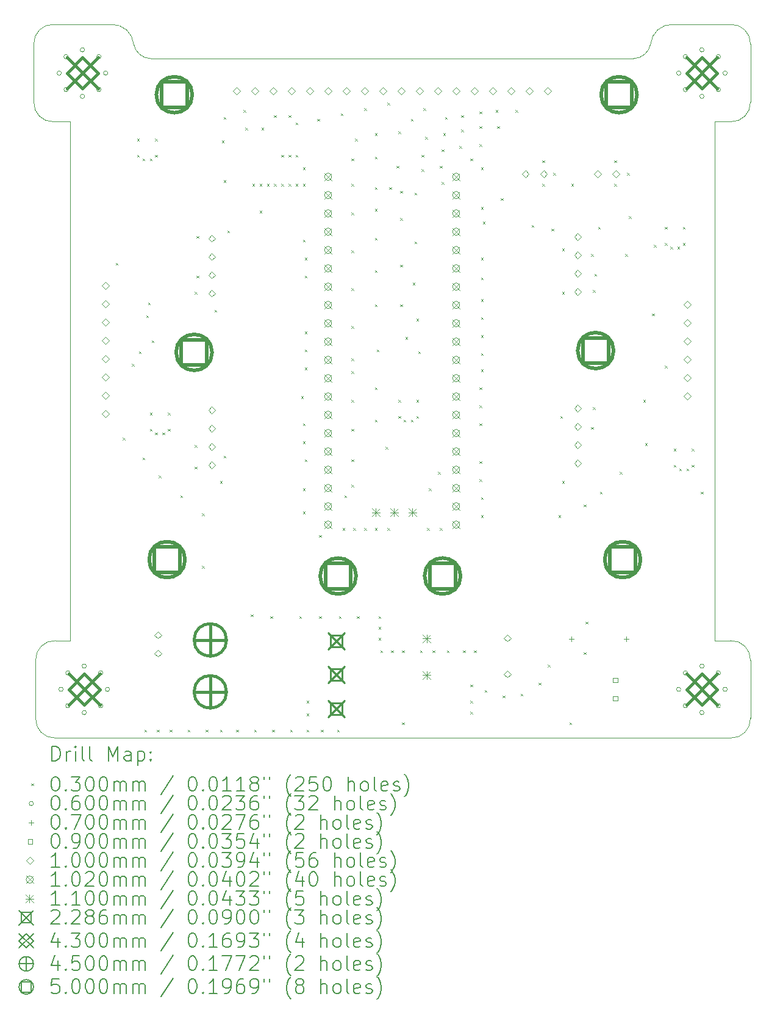
<source format=gbr>
%TF.GenerationSoftware,KiCad,Pcbnew,(6.0.9)*%
%TF.CreationDate,2022-12-14T11:39:05-05:00*%
%TF.ProjectId,Coaster_PCB_CDR,436f6173-7465-4725-9f50-43425f434452,rev?*%
%TF.SameCoordinates,Original*%
%TF.FileFunction,Drillmap*%
%TF.FilePolarity,Positive*%
%FSLAX45Y45*%
G04 Gerber Fmt 4.5, Leading zero omitted, Abs format (unit mm)*
G04 Created by KiCad (PCBNEW (6.0.9)) date 2022-12-14 11:39:05*
%MOMM*%
%LPD*%
G01*
G04 APERTURE LIST*
%ADD10C,0.100000*%
%ADD11C,0.200000*%
%ADD12C,0.030000*%
%ADD13C,0.060000*%
%ADD14C,0.070000*%
%ADD15C,0.090000*%
%ADD16C,0.102000*%
%ADD17C,0.110000*%
%ADD18C,0.228600*%
%ADD19C,0.430000*%
%ADD20C,0.450000*%
%ADD21C,0.500000*%
G04 APERTURE END LIST*
D10*
X17373940Y-15650000D02*
G75*
G03*
X17648940Y-15375000I11440J263560D01*
G01*
X16573940Y-5750005D02*
G75*
G03*
X16262500Y-6025000I-12980J-299155D01*
G01*
X17373940Y-14300000D02*
X17150000Y-14300000D01*
X17648940Y-6025000D02*
X17648940Y-6825000D01*
X7700000Y-6825000D02*
G75*
G03*
X7975000Y-7100000I263560J-11440D01*
G01*
X7725000Y-15375000D02*
X7725000Y-14575000D01*
X17373940Y-5750000D02*
X16573940Y-5750000D01*
X17648940Y-14575000D02*
G75*
G03*
X17373940Y-14300000I-263560J11440D01*
G01*
X17150000Y-14300000D02*
X17150000Y-7100000D01*
X9086445Y-6024999D02*
G75*
G03*
X9325000Y-6225000I243685J48389D01*
G01*
X7700000Y-6825000D02*
X7700000Y-6025000D01*
X8000000Y-14300000D02*
X8200000Y-14300000D01*
X8000000Y-14300000D02*
G75*
G03*
X7725000Y-14575000I-11440J-263560D01*
G01*
X8000000Y-15650000D02*
X8800000Y-15650000D01*
X9325000Y-6225000D02*
X16023940Y-6225000D01*
X7975000Y-5750000D02*
G75*
G03*
X7700000Y-6025000I-11440J-263560D01*
G01*
X8200000Y-7100000D02*
X8200000Y-14300000D01*
X17150000Y-7100000D02*
X17375000Y-7100000D01*
X7975000Y-5750000D02*
X8775000Y-5750000D01*
X7725000Y-15375000D02*
G75*
G03*
X8000000Y-15650000I263560J-11440D01*
G01*
X9086437Y-6025000D02*
G75*
G03*
X8775000Y-5750000I-298447J-24140D01*
G01*
X16023940Y-6225007D02*
G75*
G03*
X16262500Y-6025000I-5140J248407D01*
G01*
X17373940Y-15650000D02*
X16573940Y-15650000D01*
X17375000Y-7100002D02*
G75*
G03*
X17648940Y-6825000I10420J263562D01*
G01*
X7975000Y-7100000D02*
X8200000Y-7100000D01*
X17648940Y-6025000D02*
G75*
G03*
X17373940Y-5750000I-263560J11440D01*
G01*
X17648940Y-14575000D02*
X17648940Y-15375000D01*
X8800000Y-15650000D02*
X16573940Y-15650000D01*
D11*
D12*
X8835000Y-9060000D02*
X8865000Y-9090000D01*
X8865000Y-9060000D02*
X8835000Y-9090000D01*
X8935000Y-11485000D02*
X8965000Y-11515000D01*
X8965000Y-11485000D02*
X8935000Y-11515000D01*
X9060000Y-10460000D02*
X9090000Y-10490000D01*
X9090000Y-10460000D02*
X9060000Y-10490000D01*
X9135000Y-7335000D02*
X9165000Y-7365000D01*
X9165000Y-7335000D02*
X9135000Y-7365000D01*
X9135000Y-7560000D02*
X9165000Y-7590000D01*
X9165000Y-7560000D02*
X9135000Y-7590000D01*
X9160000Y-10285000D02*
X9190000Y-10315000D01*
X9190000Y-10285000D02*
X9160000Y-10315000D01*
X9210000Y-7610000D02*
X9240000Y-7640000D01*
X9240000Y-7610000D02*
X9210000Y-7640000D01*
X9210000Y-11760000D02*
X9240000Y-11790000D01*
X9240000Y-11760000D02*
X9210000Y-11790000D01*
X9235000Y-15535000D02*
X9265000Y-15565000D01*
X9265000Y-15535000D02*
X9235000Y-15565000D01*
X9260000Y-9785000D02*
X9290000Y-9815000D01*
X9290000Y-9785000D02*
X9260000Y-9815000D01*
X9285000Y-9610000D02*
X9315000Y-9640000D01*
X9315000Y-9610000D02*
X9285000Y-9640000D01*
X9310000Y-7610000D02*
X9340000Y-7640000D01*
X9340000Y-7610000D02*
X9310000Y-7640000D01*
X9310000Y-11135000D02*
X9340000Y-11165000D01*
X9340000Y-11135000D02*
X9310000Y-11165000D01*
X9310000Y-11360000D02*
X9340000Y-11390000D01*
X9340000Y-11360000D02*
X9310000Y-11390000D01*
X9335000Y-10135000D02*
X9365000Y-10165000D01*
X9365000Y-10135000D02*
X9335000Y-10165000D01*
X9385000Y-7335000D02*
X9415000Y-7365000D01*
X9415000Y-7335000D02*
X9385000Y-7365000D01*
X9385000Y-7560000D02*
X9415000Y-7590000D01*
X9415000Y-7560000D02*
X9385000Y-7590000D01*
X9385000Y-11410000D02*
X9415000Y-11440000D01*
X9415000Y-11410000D02*
X9385000Y-11440000D01*
X9410000Y-15535000D02*
X9440000Y-15565000D01*
X9440000Y-15535000D02*
X9410000Y-15565000D01*
X9435000Y-12010000D02*
X9465000Y-12040000D01*
X9465000Y-12010000D02*
X9435000Y-12040000D01*
X9485000Y-11410000D02*
X9515000Y-11440000D01*
X9515000Y-11410000D02*
X9485000Y-11440000D01*
X9560000Y-11135000D02*
X9590000Y-11165000D01*
X9590000Y-11135000D02*
X9560000Y-11165000D01*
X9560000Y-11360000D02*
X9590000Y-11390000D01*
X9590000Y-11360000D02*
X9560000Y-11390000D01*
X9585000Y-15535000D02*
X9615000Y-15565000D01*
X9615000Y-15535000D02*
X9585000Y-15565000D01*
X9735000Y-12285000D02*
X9765000Y-12315000D01*
X9765000Y-12285000D02*
X9735000Y-12315000D01*
X9835000Y-15535000D02*
X9865000Y-15565000D01*
X9865000Y-15535000D02*
X9835000Y-15565000D01*
X9935000Y-9460000D02*
X9965000Y-9490000D01*
X9965000Y-9460000D02*
X9935000Y-9490000D01*
X9935000Y-11585000D02*
X9965000Y-11615000D01*
X9965000Y-11585000D02*
X9935000Y-11615000D01*
X9935000Y-11885000D02*
X9965000Y-11915000D01*
X9965000Y-11885000D02*
X9935000Y-11915000D01*
X9960000Y-8685000D02*
X9990000Y-8715000D01*
X9990000Y-8685000D02*
X9960000Y-8715000D01*
X9960000Y-9235000D02*
X9990000Y-9265000D01*
X9990000Y-9235000D02*
X9960000Y-9265000D01*
X10035000Y-12535000D02*
X10065000Y-12565000D01*
X10065000Y-12535000D02*
X10035000Y-12565000D01*
X10035000Y-13260000D02*
X10065000Y-13290000D01*
X10065000Y-13260000D02*
X10035000Y-13290000D01*
X10085000Y-15535000D02*
X10115000Y-15565000D01*
X10115000Y-15535000D02*
X10085000Y-15565000D01*
X10210000Y-9710000D02*
X10240000Y-9740000D01*
X10240000Y-9710000D02*
X10210000Y-9740000D01*
X10285000Y-12085000D02*
X10315000Y-12115000D01*
X10315000Y-12085000D02*
X10285000Y-12115000D01*
X10285000Y-15535000D02*
X10315000Y-15565000D01*
X10315000Y-15535000D02*
X10285000Y-15565000D01*
X10310000Y-7360000D02*
X10340000Y-7390000D01*
X10340000Y-7360000D02*
X10310000Y-7390000D01*
X10335000Y-7035000D02*
X10365000Y-7065000D01*
X10365000Y-7035000D02*
X10335000Y-7065000D01*
X10335000Y-7910000D02*
X10365000Y-7940000D01*
X10365000Y-7910000D02*
X10335000Y-7940000D01*
X10335000Y-11735000D02*
X10365000Y-11765000D01*
X10365000Y-11735000D02*
X10335000Y-11765000D01*
X10385000Y-8610000D02*
X10415000Y-8640000D01*
X10415000Y-8610000D02*
X10385000Y-8640000D01*
X10510000Y-15535000D02*
X10540000Y-15565000D01*
X10540000Y-15535000D02*
X10510000Y-15565000D01*
X10610000Y-6935000D02*
X10640000Y-6965000D01*
X10640000Y-6935000D02*
X10610000Y-6965000D01*
X10635000Y-7185000D02*
X10665000Y-7215000D01*
X10665000Y-7185000D02*
X10635000Y-7215000D01*
X10710000Y-13935000D02*
X10740000Y-13965000D01*
X10740000Y-13935000D02*
X10710000Y-13965000D01*
X10735000Y-7960000D02*
X10765000Y-7990000D01*
X10765000Y-7960000D02*
X10735000Y-7990000D01*
X10760000Y-15535000D02*
X10790000Y-15565000D01*
X10790000Y-15535000D02*
X10760000Y-15565000D01*
X10835000Y-7960000D02*
X10865000Y-7990000D01*
X10865000Y-7960000D02*
X10835000Y-7990000D01*
X10835000Y-8335000D02*
X10865000Y-8365000D01*
X10865000Y-8335000D02*
X10835000Y-8365000D01*
X10860000Y-7185000D02*
X10890000Y-7215000D01*
X10890000Y-7185000D02*
X10860000Y-7215000D01*
X10935000Y-7960000D02*
X10965000Y-7990000D01*
X10965000Y-7960000D02*
X10935000Y-7990000D01*
X10985000Y-13960000D02*
X11015000Y-13990000D01*
X11015000Y-13960000D02*
X10985000Y-13990000D01*
X11010000Y-15535000D02*
X11040000Y-15565000D01*
X11040000Y-15535000D02*
X11010000Y-15565000D01*
X11035000Y-7010000D02*
X11065000Y-7040000D01*
X11065000Y-7010000D02*
X11035000Y-7040000D01*
X11035000Y-7960000D02*
X11065000Y-7990000D01*
X11065000Y-7960000D02*
X11035000Y-7990000D01*
X11135000Y-7560000D02*
X11165000Y-7590000D01*
X11165000Y-7560000D02*
X11135000Y-7590000D01*
X11135000Y-7960000D02*
X11165000Y-7990000D01*
X11165000Y-7960000D02*
X11135000Y-7990000D01*
X11235000Y-7010000D02*
X11265000Y-7040000D01*
X11265000Y-7010000D02*
X11235000Y-7040000D01*
X11235000Y-7560000D02*
X11265000Y-7590000D01*
X11265000Y-7560000D02*
X11235000Y-7590000D01*
X11235000Y-7960000D02*
X11265000Y-7990000D01*
X11265000Y-7960000D02*
X11235000Y-7990000D01*
X11260000Y-15535000D02*
X11290000Y-15565000D01*
X11290000Y-15535000D02*
X11260000Y-15565000D01*
X11335000Y-7110000D02*
X11365000Y-7140000D01*
X11365000Y-7110000D02*
X11335000Y-7140000D01*
X11335000Y-7560000D02*
X11365000Y-7590000D01*
X11365000Y-7560000D02*
X11335000Y-7590000D01*
X11335000Y-7960000D02*
X11365000Y-7990000D01*
X11365000Y-7960000D02*
X11335000Y-7990000D01*
X11385000Y-13960000D02*
X11415000Y-13990000D01*
X11415000Y-13960000D02*
X11385000Y-13990000D01*
X11410000Y-10910000D02*
X11440000Y-10940000D01*
X11440000Y-10910000D02*
X11410000Y-10940000D01*
X11435000Y-7735000D02*
X11465000Y-7765000D01*
X11465000Y-7735000D02*
X11435000Y-7765000D01*
X11435000Y-7960000D02*
X11465000Y-7990000D01*
X11465000Y-7960000D02*
X11435000Y-7990000D01*
X11435000Y-8735000D02*
X11465000Y-8765000D01*
X11465000Y-8735000D02*
X11435000Y-8765000D01*
X11435000Y-11285000D02*
X11465000Y-11315000D01*
X11465000Y-11285000D02*
X11435000Y-11315000D01*
X11435000Y-11535000D02*
X11465000Y-11565000D01*
X11465000Y-11535000D02*
X11435000Y-11565000D01*
X11435000Y-12185000D02*
X11465000Y-12215000D01*
X11465000Y-12185000D02*
X11435000Y-12215000D01*
X11435000Y-12510000D02*
X11465000Y-12540000D01*
X11465000Y-12510000D02*
X11435000Y-12540000D01*
X11460000Y-8985000D02*
X11490000Y-9015000D01*
X11490000Y-8985000D02*
X11460000Y-9015000D01*
X11460000Y-9235000D02*
X11490000Y-9265000D01*
X11490000Y-9235000D02*
X11460000Y-9265000D01*
X11460000Y-10010000D02*
X11490000Y-10040000D01*
X11490000Y-10010000D02*
X11460000Y-10040000D01*
X11460000Y-10260000D02*
X11490000Y-10290000D01*
X11490000Y-10260000D02*
X11460000Y-10290000D01*
X11460000Y-10510000D02*
X11490000Y-10540000D01*
X11490000Y-10510000D02*
X11460000Y-10540000D01*
X11460000Y-11785000D02*
X11490000Y-11815000D01*
X11490000Y-11785000D02*
X11460000Y-11815000D01*
X11485000Y-15135000D02*
X11515000Y-15165000D01*
X11515000Y-15135000D02*
X11485000Y-15165000D01*
X11485000Y-15310000D02*
X11515000Y-15340000D01*
X11515000Y-15310000D02*
X11485000Y-15340000D01*
X11485000Y-15535000D02*
X11515000Y-15565000D01*
X11515000Y-15535000D02*
X11485000Y-15565000D01*
X11635000Y-7060000D02*
X11665000Y-7090000D01*
X11665000Y-7060000D02*
X11635000Y-7090000D01*
X11660000Y-12835000D02*
X11690000Y-12865000D01*
X11690000Y-12835000D02*
X11660000Y-12865000D01*
X11660000Y-13960000D02*
X11690000Y-13990000D01*
X11690000Y-13960000D02*
X11660000Y-13990000D01*
X11685000Y-15535000D02*
X11715000Y-15565000D01*
X11715000Y-15535000D02*
X11685000Y-15565000D01*
X11910000Y-15535000D02*
X11940000Y-15565000D01*
X11940000Y-15535000D02*
X11910000Y-15565000D01*
X11935000Y-13960000D02*
X11965000Y-13990000D01*
X11965000Y-13960000D02*
X11935000Y-13990000D01*
X11960000Y-6985000D02*
X11990000Y-7015000D01*
X11990000Y-6985000D02*
X11960000Y-7015000D01*
X11985000Y-12735000D02*
X12015000Y-12765000D01*
X12015000Y-12735000D02*
X11985000Y-12765000D01*
X12010000Y-12285000D02*
X12040000Y-12315000D01*
X12040000Y-12285000D02*
X12010000Y-12315000D01*
X12110000Y-7610000D02*
X12140000Y-7640000D01*
X12140000Y-7610000D02*
X12110000Y-7640000D01*
X12110000Y-7960000D02*
X12140000Y-7990000D01*
X12140000Y-7960000D02*
X12110000Y-7990000D01*
X12110000Y-8360000D02*
X12140000Y-8390000D01*
X12140000Y-8360000D02*
X12110000Y-8390000D01*
X12110000Y-8885000D02*
X12140000Y-8915000D01*
X12140000Y-8885000D02*
X12110000Y-8915000D01*
X12110000Y-9410000D02*
X12140000Y-9440000D01*
X12140000Y-9410000D02*
X12110000Y-9440000D01*
X12110000Y-9935000D02*
X12140000Y-9965000D01*
X12140000Y-9935000D02*
X12110000Y-9965000D01*
X12110000Y-10385000D02*
X12140000Y-10415000D01*
X12140000Y-10385000D02*
X12110000Y-10415000D01*
X12110000Y-10560000D02*
X12140000Y-10590000D01*
X12140000Y-10560000D02*
X12110000Y-10590000D01*
X12110000Y-10960000D02*
X12140000Y-10990000D01*
X12140000Y-10960000D02*
X12110000Y-10990000D01*
X12110000Y-11360000D02*
X12140000Y-11390000D01*
X12140000Y-11360000D02*
X12110000Y-11390000D01*
X12110000Y-11785000D02*
X12140000Y-11815000D01*
X12140000Y-11785000D02*
X12110000Y-11815000D01*
X12110000Y-12135000D02*
X12140000Y-12165000D01*
X12140000Y-12135000D02*
X12110000Y-12165000D01*
X12135000Y-12735000D02*
X12165000Y-12765000D01*
X12165000Y-12735000D02*
X12135000Y-12765000D01*
X12160000Y-7335000D02*
X12190000Y-7365000D01*
X12190000Y-7335000D02*
X12160000Y-7365000D01*
X12185000Y-13960000D02*
X12215000Y-13990000D01*
X12215000Y-13960000D02*
X12185000Y-13990000D01*
X12285000Y-6910000D02*
X12315000Y-6940000D01*
X12315000Y-6910000D02*
X12285000Y-6940000D01*
X12285000Y-12735000D02*
X12315000Y-12765000D01*
X12315000Y-12735000D02*
X12285000Y-12765000D01*
X12435000Y-7260000D02*
X12465000Y-7290000D01*
X12465000Y-7260000D02*
X12435000Y-7290000D01*
X12435000Y-7585000D02*
X12465000Y-7615000D01*
X12465000Y-7585000D02*
X12435000Y-7615000D01*
X12435000Y-8010000D02*
X12465000Y-8040000D01*
X12465000Y-8010000D02*
X12435000Y-8040000D01*
X12435000Y-8310000D02*
X12465000Y-8340000D01*
X12465000Y-8310000D02*
X12435000Y-8340000D01*
X12435000Y-8710000D02*
X12465000Y-8740000D01*
X12465000Y-8710000D02*
X12435000Y-8740000D01*
X12435000Y-9160000D02*
X12465000Y-9190000D01*
X12465000Y-9160000D02*
X12435000Y-9190000D01*
X12435000Y-9635000D02*
X12465000Y-9665000D01*
X12465000Y-9635000D02*
X12435000Y-9665000D01*
X12435000Y-10785000D02*
X12465000Y-10815000D01*
X12465000Y-10785000D02*
X12435000Y-10815000D01*
X12435000Y-11235000D02*
X12465000Y-11265000D01*
X12465000Y-11235000D02*
X12435000Y-11265000D01*
X12435000Y-12735000D02*
X12465000Y-12765000D01*
X12465000Y-12735000D02*
X12435000Y-12765000D01*
X12460000Y-10260000D02*
X12490000Y-10290000D01*
X12490000Y-10260000D02*
X12460000Y-10290000D01*
X12485000Y-13960000D02*
X12515000Y-13990000D01*
X12515000Y-13960000D02*
X12485000Y-13990000D01*
X12485000Y-14110000D02*
X12515000Y-14140000D01*
X12515000Y-14110000D02*
X12485000Y-14140000D01*
X12485000Y-14260000D02*
X12515000Y-14290000D01*
X12515000Y-14260000D02*
X12485000Y-14290000D01*
X12510000Y-14435000D02*
X12540000Y-14465000D01*
X12540000Y-14435000D02*
X12510000Y-14465000D01*
X12585000Y-11610000D02*
X12615000Y-11640000D01*
X12615000Y-11610000D02*
X12585000Y-11640000D01*
X12610000Y-6835000D02*
X12640000Y-6865000D01*
X12640000Y-6835000D02*
X12610000Y-6865000D01*
X12610000Y-12735000D02*
X12640000Y-12765000D01*
X12640000Y-12735000D02*
X12610000Y-12765000D01*
X12635000Y-8010000D02*
X12665000Y-8040000D01*
X12665000Y-8010000D02*
X12635000Y-8040000D01*
X12660000Y-14435000D02*
X12690000Y-14465000D01*
X12690000Y-14435000D02*
X12660000Y-14465000D01*
X12735000Y-7710000D02*
X12765000Y-7740000D01*
X12765000Y-7710000D02*
X12735000Y-7740000D01*
X12760000Y-7235000D02*
X12790000Y-7265000D01*
X12790000Y-7235000D02*
X12760000Y-7265000D01*
X12760000Y-10960000D02*
X12790000Y-10990000D01*
X12790000Y-10960000D02*
X12760000Y-10990000D01*
X12760000Y-11185000D02*
X12790000Y-11215000D01*
X12790000Y-11185000D02*
X12760000Y-11215000D01*
X12785000Y-8060000D02*
X12815000Y-8090000D01*
X12815000Y-8060000D02*
X12785000Y-8090000D01*
X12785000Y-8435000D02*
X12815000Y-8465000D01*
X12815000Y-8435000D02*
X12785000Y-8465000D01*
X12785000Y-9085000D02*
X12815000Y-9115000D01*
X12815000Y-9085000D02*
X12785000Y-9115000D01*
X12785000Y-9635000D02*
X12815000Y-9665000D01*
X12815000Y-9635000D02*
X12785000Y-9665000D01*
X12810000Y-14435000D02*
X12840000Y-14465000D01*
X12840000Y-14435000D02*
X12810000Y-14465000D01*
X12810000Y-15435000D02*
X12840000Y-15465000D01*
X12840000Y-15435000D02*
X12810000Y-15465000D01*
X12835000Y-11235000D02*
X12865000Y-11265000D01*
X12865000Y-11235000D02*
X12835000Y-11265000D01*
X12860000Y-10085000D02*
X12890000Y-10115000D01*
X12890000Y-10085000D02*
X12860000Y-10115000D01*
X12935000Y-7060000D02*
X12965000Y-7090000D01*
X12965000Y-7060000D02*
X12935000Y-7090000D01*
X12935000Y-11235000D02*
X12965000Y-11265000D01*
X12965000Y-11235000D02*
X12935000Y-11265000D01*
X12960000Y-9335000D02*
X12990000Y-9365000D01*
X12990000Y-9335000D02*
X12960000Y-9365000D01*
X12985000Y-8085000D02*
X13015000Y-8115000D01*
X13015000Y-8085000D02*
X12985000Y-8115000D01*
X12985000Y-8760000D02*
X13015000Y-8790000D01*
X13015000Y-8760000D02*
X12985000Y-8790000D01*
X13010000Y-9835000D02*
X13040000Y-9865000D01*
X13040000Y-9835000D02*
X13010000Y-9865000D01*
X13010000Y-10960000D02*
X13040000Y-10990000D01*
X13040000Y-10960000D02*
X13010000Y-10990000D01*
X13010000Y-11185000D02*
X13040000Y-11215000D01*
X13040000Y-11185000D02*
X13010000Y-11215000D01*
X13035000Y-10285000D02*
X13065000Y-10315000D01*
X13065000Y-10285000D02*
X13035000Y-10315000D01*
X13060000Y-14435000D02*
X13090000Y-14465000D01*
X13090000Y-14435000D02*
X13060000Y-14465000D01*
X13085000Y-7560000D02*
X13115000Y-7590000D01*
X13115000Y-7560000D02*
X13085000Y-7590000D01*
X13085000Y-7760000D02*
X13115000Y-7790000D01*
X13115000Y-7760000D02*
X13085000Y-7790000D01*
X13110000Y-6910000D02*
X13140000Y-6940000D01*
X13140000Y-6910000D02*
X13110000Y-6940000D01*
X13135000Y-7310000D02*
X13165000Y-7340000D01*
X13165000Y-7310000D02*
X13135000Y-7340000D01*
X13160000Y-12735000D02*
X13190000Y-12765000D01*
X13190000Y-12735000D02*
X13160000Y-12765000D01*
X13185000Y-12185000D02*
X13215000Y-12215000D01*
X13215000Y-12185000D02*
X13185000Y-12215000D01*
X13235000Y-14435000D02*
X13265000Y-14465000D01*
X13265000Y-14435000D02*
X13235000Y-14465000D01*
X13310000Y-11960000D02*
X13340000Y-11990000D01*
X13340000Y-11960000D02*
X13310000Y-11990000D01*
X13335000Y-7710000D02*
X13365000Y-7740000D01*
X13365000Y-7710000D02*
X13335000Y-7740000D01*
X13335000Y-12735000D02*
X13365000Y-12765000D01*
X13365000Y-12735000D02*
X13335000Y-12765000D01*
X13360000Y-7485000D02*
X13390000Y-7515000D01*
X13390000Y-7485000D02*
X13360000Y-7515000D01*
X13360000Y-7935000D02*
X13390000Y-7965000D01*
X13390000Y-7935000D02*
X13360000Y-7965000D01*
X13385000Y-7260000D02*
X13415000Y-7290000D01*
X13415000Y-7260000D02*
X13385000Y-7290000D01*
X13410000Y-7035000D02*
X13440000Y-7065000D01*
X13440000Y-7035000D02*
X13410000Y-7065000D01*
X13435000Y-14435000D02*
X13465000Y-14465000D01*
X13465000Y-14435000D02*
X13435000Y-14465000D01*
X13610000Y-7435000D02*
X13640000Y-7465000D01*
X13640000Y-7435000D02*
X13610000Y-7465000D01*
X13635000Y-7010000D02*
X13665000Y-7040000D01*
X13665000Y-7010000D02*
X13635000Y-7040000D01*
X13635000Y-7210000D02*
X13665000Y-7240000D01*
X13665000Y-7210000D02*
X13635000Y-7240000D01*
X13660000Y-14435000D02*
X13690000Y-14465000D01*
X13690000Y-14435000D02*
X13660000Y-14465000D01*
X13760000Y-7610000D02*
X13790000Y-7640000D01*
X13790000Y-7610000D02*
X13760000Y-7640000D01*
X13760000Y-14910000D02*
X13790000Y-14940000D01*
X13790000Y-14910000D02*
X13760000Y-14940000D01*
X13760000Y-15135000D02*
X13790000Y-15165000D01*
X13790000Y-15135000D02*
X13760000Y-15165000D01*
X13760000Y-15285000D02*
X13790000Y-15315000D01*
X13790000Y-15285000D02*
X13760000Y-15315000D01*
X13810000Y-14435000D02*
X13840000Y-14465000D01*
X13840000Y-14435000D02*
X13810000Y-14465000D01*
X13885000Y-6960000D02*
X13915000Y-6990000D01*
X13915000Y-6960000D02*
X13885000Y-6990000D01*
X13885000Y-7160000D02*
X13915000Y-7190000D01*
X13915000Y-7160000D02*
X13885000Y-7190000D01*
X13885000Y-7410000D02*
X13915000Y-7440000D01*
X13915000Y-7410000D02*
X13885000Y-7440000D01*
X13885000Y-10785000D02*
X13915000Y-10815000D01*
X13915000Y-10785000D02*
X13885000Y-10815000D01*
X13885000Y-11035000D02*
X13915000Y-11065000D01*
X13915000Y-11035000D02*
X13885000Y-11065000D01*
X13885000Y-11285000D02*
X13915000Y-11315000D01*
X13915000Y-11285000D02*
X13885000Y-11315000D01*
X13885000Y-11810000D02*
X13915000Y-11840000D01*
X13915000Y-11810000D02*
X13885000Y-11840000D01*
X13885000Y-12060000D02*
X13915000Y-12090000D01*
X13915000Y-12060000D02*
X13885000Y-12090000D01*
X13910000Y-7735000D02*
X13940000Y-7765000D01*
X13940000Y-7735000D02*
X13910000Y-7765000D01*
X13910000Y-8285000D02*
X13940000Y-8315000D01*
X13940000Y-8285000D02*
X13910000Y-8315000D01*
X13910000Y-8985000D02*
X13940000Y-9015000D01*
X13940000Y-8985000D02*
X13910000Y-9015000D01*
X13910000Y-9260000D02*
X13940000Y-9290000D01*
X13940000Y-9260000D02*
X13910000Y-9290000D01*
X13910000Y-9560000D02*
X13940000Y-9590000D01*
X13940000Y-9560000D02*
X13910000Y-9590000D01*
X13910000Y-9810000D02*
X13940000Y-9840000D01*
X13940000Y-9810000D02*
X13910000Y-9840000D01*
X13910000Y-10060000D02*
X13940000Y-10090000D01*
X13940000Y-10060000D02*
X13910000Y-10090000D01*
X13910000Y-10310000D02*
X13940000Y-10340000D01*
X13940000Y-10310000D02*
X13910000Y-10340000D01*
X13910000Y-10535000D02*
X13940000Y-10565000D01*
X13940000Y-10535000D02*
X13910000Y-10565000D01*
X13910000Y-12310000D02*
X13940000Y-12340000D01*
X13940000Y-12310000D02*
X13910000Y-12340000D01*
X13910000Y-12560000D02*
X13940000Y-12590000D01*
X13940000Y-12560000D02*
X13910000Y-12590000D01*
X13935000Y-8485000D02*
X13965000Y-8515000D01*
X13965000Y-8485000D02*
X13935000Y-8515000D01*
X13960000Y-14985000D02*
X13990000Y-15015000D01*
X13990000Y-14985000D02*
X13960000Y-15015000D01*
X14110000Y-6935000D02*
X14140000Y-6965000D01*
X14140000Y-6935000D02*
X14110000Y-6965000D01*
X14135000Y-7160000D02*
X14165000Y-7190000D01*
X14165000Y-7160000D02*
X14135000Y-7190000D01*
X14185000Y-8160000D02*
X14215000Y-8190000D01*
X14215000Y-8160000D02*
X14185000Y-8190000D01*
X14210000Y-15060000D02*
X14240000Y-15090000D01*
X14240000Y-15060000D02*
X14210000Y-15090000D01*
X14385000Y-6935000D02*
X14415000Y-6965000D01*
X14415000Y-6935000D02*
X14385000Y-6965000D01*
X14460000Y-15035000D02*
X14490000Y-15065000D01*
X14490000Y-15035000D02*
X14460000Y-15065000D01*
X14610000Y-8535000D02*
X14640000Y-8565000D01*
X14640000Y-8535000D02*
X14610000Y-8565000D01*
X14710000Y-14885000D02*
X14740000Y-14915000D01*
X14740000Y-14885000D02*
X14710000Y-14915000D01*
X14760000Y-7635000D02*
X14790000Y-7665000D01*
X14790000Y-7635000D02*
X14760000Y-7665000D01*
X14760000Y-7960000D02*
X14790000Y-7990000D01*
X14790000Y-7960000D02*
X14760000Y-7990000D01*
X14835000Y-14635000D02*
X14865000Y-14665000D01*
X14865000Y-14635000D02*
X14835000Y-14665000D01*
X14885000Y-8585000D02*
X14915000Y-8615000D01*
X14915000Y-8585000D02*
X14885000Y-8615000D01*
X14910000Y-7810000D02*
X14940000Y-7840000D01*
X14940000Y-7810000D02*
X14910000Y-7840000D01*
X14985000Y-12560000D02*
X15015000Y-12590000D01*
X15015000Y-12560000D02*
X14985000Y-12590000D01*
X15010000Y-11185000D02*
X15040000Y-11215000D01*
X15040000Y-11185000D02*
X15010000Y-11215000D01*
X15035000Y-8860000D02*
X15065000Y-8890000D01*
X15065000Y-8860000D02*
X15035000Y-8890000D01*
X15035000Y-9460000D02*
X15065000Y-9490000D01*
X15065000Y-9460000D02*
X15035000Y-9490000D01*
X15035000Y-12085000D02*
X15065000Y-12115000D01*
X15065000Y-12085000D02*
X15035000Y-12115000D01*
X15135000Y-15435000D02*
X15165000Y-15465000D01*
X15165000Y-15435000D02*
X15135000Y-15465000D01*
X15160000Y-7960000D02*
X15190000Y-7990000D01*
X15190000Y-7960000D02*
X15160000Y-7990000D01*
X15335000Y-12410000D02*
X15365000Y-12440000D01*
X15365000Y-12410000D02*
X15335000Y-12440000D01*
X15335000Y-14460000D02*
X15365000Y-14490000D01*
X15365000Y-14460000D02*
X15335000Y-14490000D01*
X15360000Y-14035000D02*
X15390000Y-14065000D01*
X15390000Y-14035000D02*
X15360000Y-14065000D01*
X15435000Y-8935000D02*
X15465000Y-8965000D01*
X15465000Y-8935000D02*
X15435000Y-8965000D01*
X15435000Y-11335000D02*
X15465000Y-11365000D01*
X15465000Y-11335000D02*
X15435000Y-11365000D01*
X15460000Y-9435000D02*
X15490000Y-9465000D01*
X15490000Y-9435000D02*
X15460000Y-9465000D01*
X15460000Y-11060000D02*
X15490000Y-11090000D01*
X15490000Y-11060000D02*
X15460000Y-11090000D01*
X15485000Y-9210000D02*
X15515000Y-9240000D01*
X15515000Y-9210000D02*
X15485000Y-9240000D01*
X15535000Y-8560000D02*
X15565000Y-8590000D01*
X15565000Y-8560000D02*
X15535000Y-8590000D01*
X15560000Y-12235000D02*
X15590000Y-12265000D01*
X15590000Y-12235000D02*
X15560000Y-12265000D01*
X15760000Y-7635000D02*
X15790000Y-7665000D01*
X15790000Y-7635000D02*
X15760000Y-7665000D01*
X15760000Y-7960000D02*
X15790000Y-7990000D01*
X15790000Y-7960000D02*
X15760000Y-7990000D01*
X15835000Y-11960000D02*
X15865000Y-11990000D01*
X15865000Y-11960000D02*
X15835000Y-11990000D01*
X15910000Y-8935000D02*
X15940000Y-8965000D01*
X15940000Y-8935000D02*
X15910000Y-8965000D01*
X15935000Y-7810000D02*
X15965000Y-7840000D01*
X15965000Y-7810000D02*
X15935000Y-7840000D01*
X15960000Y-8410000D02*
X15990000Y-8440000D01*
X15990000Y-8410000D02*
X15960000Y-8440000D01*
X16160000Y-10960000D02*
X16190000Y-10990000D01*
X16190000Y-10960000D02*
X16160000Y-10990000D01*
X16185000Y-11560000D02*
X16215000Y-11590000D01*
X16215000Y-11560000D02*
X16185000Y-11590000D01*
X16285000Y-9760000D02*
X16315000Y-9790000D01*
X16315000Y-9760000D02*
X16285000Y-9790000D01*
X16310000Y-8810000D02*
X16340000Y-8840000D01*
X16340000Y-8810000D02*
X16310000Y-8840000D01*
X16460000Y-8560000D02*
X16490000Y-8590000D01*
X16490000Y-8560000D02*
X16460000Y-8590000D01*
X16460000Y-8785000D02*
X16490000Y-8815000D01*
X16490000Y-8785000D02*
X16460000Y-8815000D01*
X16460000Y-10485000D02*
X16490000Y-10515000D01*
X16490000Y-10485000D02*
X16460000Y-10515000D01*
X16535000Y-8835000D02*
X16565000Y-8865000D01*
X16565000Y-8835000D02*
X16535000Y-8865000D01*
X16585000Y-11635000D02*
X16615000Y-11665000D01*
X16615000Y-11635000D02*
X16585000Y-11665000D01*
X16585000Y-11860000D02*
X16615000Y-11890000D01*
X16615000Y-11860000D02*
X16585000Y-11890000D01*
X16635000Y-8835000D02*
X16665000Y-8865000D01*
X16665000Y-8835000D02*
X16635000Y-8865000D01*
X16660000Y-11910000D02*
X16690000Y-11940000D01*
X16690000Y-11910000D02*
X16660000Y-11940000D01*
X16710000Y-8560000D02*
X16740000Y-8590000D01*
X16740000Y-8560000D02*
X16710000Y-8590000D01*
X16710000Y-8785000D02*
X16740000Y-8815000D01*
X16740000Y-8785000D02*
X16710000Y-8815000D01*
X16760000Y-11910000D02*
X16790000Y-11940000D01*
X16790000Y-11910000D02*
X16760000Y-11940000D01*
X16835000Y-11635000D02*
X16865000Y-11665000D01*
X16865000Y-11635000D02*
X16835000Y-11665000D01*
X16835000Y-11860000D02*
X16865000Y-11890000D01*
X16865000Y-11860000D02*
X16835000Y-11890000D01*
X16960000Y-12235000D02*
X16990000Y-12265000D01*
X16990000Y-12235000D02*
X16960000Y-12265000D01*
D13*
X8082500Y-6425000D02*
G75*
G03*
X8082500Y-6425000I-30000J0D01*
G01*
X8107500Y-14975000D02*
G75*
G03*
X8107500Y-14975000I-30000J0D01*
G01*
X8176958Y-6196958D02*
G75*
G03*
X8176958Y-6196958I-30000J0D01*
G01*
X8176958Y-6653042D02*
G75*
G03*
X8176958Y-6653042I-30000J0D01*
G01*
X8201958Y-14746958D02*
G75*
G03*
X8201958Y-14746958I-30000J0D01*
G01*
X8201958Y-15203042D02*
G75*
G03*
X8201958Y-15203042I-30000J0D01*
G01*
X8405000Y-6102500D02*
G75*
G03*
X8405000Y-6102500I-30000J0D01*
G01*
X8405000Y-6747500D02*
G75*
G03*
X8405000Y-6747500I-30000J0D01*
G01*
X8430000Y-14652500D02*
G75*
G03*
X8430000Y-14652500I-30000J0D01*
G01*
X8430000Y-15297500D02*
G75*
G03*
X8430000Y-15297500I-30000J0D01*
G01*
X8633042Y-6196958D02*
G75*
G03*
X8633042Y-6196958I-30000J0D01*
G01*
X8633042Y-6653042D02*
G75*
G03*
X8633042Y-6653042I-30000J0D01*
G01*
X8658042Y-14746958D02*
G75*
G03*
X8658042Y-14746958I-30000J0D01*
G01*
X8658042Y-15203042D02*
G75*
G03*
X8658042Y-15203042I-30000J0D01*
G01*
X8727500Y-6425000D02*
G75*
G03*
X8727500Y-6425000I-30000J0D01*
G01*
X8752500Y-14975000D02*
G75*
G03*
X8752500Y-14975000I-30000J0D01*
G01*
X16682500Y-6425000D02*
G75*
G03*
X16682500Y-6425000I-30000J0D01*
G01*
X16682500Y-14975000D02*
G75*
G03*
X16682500Y-14975000I-30000J0D01*
G01*
X16776958Y-6196958D02*
G75*
G03*
X16776958Y-6196958I-30000J0D01*
G01*
X16776958Y-6653042D02*
G75*
G03*
X16776958Y-6653042I-30000J0D01*
G01*
X16776958Y-14746958D02*
G75*
G03*
X16776958Y-14746958I-30000J0D01*
G01*
X16776958Y-15203042D02*
G75*
G03*
X16776958Y-15203042I-30000J0D01*
G01*
X17005000Y-6102500D02*
G75*
G03*
X17005000Y-6102500I-30000J0D01*
G01*
X17005000Y-6747500D02*
G75*
G03*
X17005000Y-6747500I-30000J0D01*
G01*
X17005000Y-14652500D02*
G75*
G03*
X17005000Y-14652500I-30000J0D01*
G01*
X17005000Y-15297500D02*
G75*
G03*
X17005000Y-15297500I-30000J0D01*
G01*
X17233042Y-6196958D02*
G75*
G03*
X17233042Y-6196958I-30000J0D01*
G01*
X17233042Y-6653042D02*
G75*
G03*
X17233042Y-6653042I-30000J0D01*
G01*
X17233042Y-14746958D02*
G75*
G03*
X17233042Y-14746958I-30000J0D01*
G01*
X17233042Y-15203042D02*
G75*
G03*
X17233042Y-15203042I-30000J0D01*
G01*
X17327500Y-6425000D02*
G75*
G03*
X17327500Y-6425000I-30000J0D01*
G01*
X17327500Y-14975000D02*
G75*
G03*
X17327500Y-14975000I-30000J0D01*
G01*
D14*
X15163000Y-14240000D02*
X15163000Y-14310000D01*
X15128000Y-14275000D02*
X15198000Y-14275000D01*
X15925000Y-14240000D02*
X15925000Y-14310000D01*
X15890000Y-14275000D02*
X15960000Y-14275000D01*
D15*
X15806820Y-14880320D02*
X15806820Y-14816680D01*
X15743180Y-14816680D01*
X15743180Y-14880320D01*
X15806820Y-14880320D01*
X15806820Y-15134320D02*
X15806820Y-15070680D01*
X15743180Y-15070680D01*
X15743180Y-15134320D01*
X15806820Y-15134320D01*
D10*
X8697500Y-9421000D02*
X8747500Y-9371000D01*
X8697500Y-9321000D01*
X8647500Y-9371000D01*
X8697500Y-9421000D01*
X8697500Y-9675000D02*
X8747500Y-9625000D01*
X8697500Y-9575000D01*
X8647500Y-9625000D01*
X8697500Y-9675000D01*
X8697500Y-9929000D02*
X8747500Y-9879000D01*
X8697500Y-9829000D01*
X8647500Y-9879000D01*
X8697500Y-9929000D01*
X8697500Y-10183000D02*
X8747500Y-10133000D01*
X8697500Y-10083000D01*
X8647500Y-10133000D01*
X8697500Y-10183000D01*
X8697500Y-10437000D02*
X8747500Y-10387000D01*
X8697500Y-10337000D01*
X8647500Y-10387000D01*
X8697500Y-10437000D01*
X8697500Y-10691000D02*
X8747500Y-10641000D01*
X8697500Y-10591000D01*
X8647500Y-10641000D01*
X8697500Y-10691000D01*
X8697500Y-10945000D02*
X8747500Y-10895000D01*
X8697500Y-10845000D01*
X8647500Y-10895000D01*
X8697500Y-10945000D01*
X8697500Y-11199000D02*
X8747500Y-11149000D01*
X8697500Y-11099000D01*
X8647500Y-11149000D01*
X8697500Y-11199000D01*
X9422500Y-14271000D02*
X9472500Y-14221000D01*
X9422500Y-14171000D01*
X9372500Y-14221000D01*
X9422500Y-14271000D01*
X9422500Y-14525000D02*
X9472500Y-14475000D01*
X9422500Y-14425000D01*
X9372500Y-14475000D01*
X9422500Y-14525000D01*
X10172500Y-8768000D02*
X10222500Y-8718000D01*
X10172500Y-8668000D01*
X10122500Y-8718000D01*
X10172500Y-8768000D01*
X10172500Y-9022000D02*
X10222500Y-8972000D01*
X10172500Y-8922000D01*
X10122500Y-8972000D01*
X10172500Y-9022000D01*
X10172500Y-9276000D02*
X10222500Y-9226000D01*
X10172500Y-9176000D01*
X10122500Y-9226000D01*
X10172500Y-9276000D01*
X10172500Y-9530000D02*
X10222500Y-9480000D01*
X10172500Y-9430000D01*
X10122500Y-9480000D01*
X10172500Y-9530000D01*
X10172500Y-11150000D02*
X10222500Y-11100000D01*
X10172500Y-11050000D01*
X10122500Y-11100000D01*
X10172500Y-11150000D01*
X10172500Y-11404000D02*
X10222500Y-11354000D01*
X10172500Y-11304000D01*
X10122500Y-11354000D01*
X10172500Y-11404000D01*
X10172500Y-11658000D02*
X10222500Y-11608000D01*
X10172500Y-11558000D01*
X10122500Y-11608000D01*
X10172500Y-11658000D01*
X10172500Y-11912000D02*
X10222500Y-11862000D01*
X10172500Y-11812000D01*
X10122500Y-11862000D01*
X10172500Y-11912000D01*
X10517500Y-6722500D02*
X10567500Y-6672500D01*
X10517500Y-6622500D01*
X10467500Y-6672500D01*
X10517500Y-6722500D01*
X10771500Y-6722500D02*
X10821500Y-6672500D01*
X10771500Y-6622500D01*
X10721500Y-6672500D01*
X10771500Y-6722500D01*
X11025500Y-6722500D02*
X11075500Y-6672500D01*
X11025500Y-6622500D01*
X10975500Y-6672500D01*
X11025500Y-6722500D01*
X11279500Y-6722500D02*
X11329500Y-6672500D01*
X11279500Y-6622500D01*
X11229500Y-6672500D01*
X11279500Y-6722500D01*
X11533500Y-6722500D02*
X11583500Y-6672500D01*
X11533500Y-6622500D01*
X11483500Y-6672500D01*
X11533500Y-6722500D01*
X11787500Y-6722500D02*
X11837500Y-6672500D01*
X11787500Y-6622500D01*
X11737500Y-6672500D01*
X11787500Y-6722500D01*
X12041500Y-6722500D02*
X12091500Y-6672500D01*
X12041500Y-6622500D01*
X11991500Y-6672500D01*
X12041500Y-6722500D01*
X12295500Y-6722500D02*
X12345500Y-6672500D01*
X12295500Y-6622500D01*
X12245500Y-6672500D01*
X12295500Y-6722500D01*
X12549500Y-6722500D02*
X12599500Y-6672500D01*
X12549500Y-6622500D01*
X12499500Y-6672500D01*
X12549500Y-6722500D01*
X12803500Y-6722500D02*
X12853500Y-6672500D01*
X12803500Y-6622500D01*
X12753500Y-6672500D01*
X12803500Y-6722500D01*
X13057500Y-6722500D02*
X13107500Y-6672500D01*
X13057500Y-6622500D01*
X13007500Y-6672500D01*
X13057500Y-6722500D01*
X13311500Y-6722500D02*
X13361500Y-6672500D01*
X13311500Y-6622500D01*
X13261500Y-6672500D01*
X13311500Y-6722500D01*
X13565500Y-6722500D02*
X13615500Y-6672500D01*
X13565500Y-6622500D01*
X13515500Y-6672500D01*
X13565500Y-6722500D01*
X13819500Y-6722500D02*
X13869500Y-6672500D01*
X13819500Y-6622500D01*
X13769500Y-6672500D01*
X13819500Y-6722500D01*
X14073500Y-6722500D02*
X14123500Y-6672500D01*
X14073500Y-6622500D01*
X14023500Y-6672500D01*
X14073500Y-6722500D01*
X14275000Y-14313232D02*
X14325000Y-14263232D01*
X14275000Y-14213232D01*
X14225000Y-14263232D01*
X14275000Y-14313232D01*
X14275000Y-14813232D02*
X14325000Y-14763232D01*
X14275000Y-14713232D01*
X14225000Y-14763232D01*
X14275000Y-14813232D01*
X14327500Y-6722500D02*
X14377500Y-6672500D01*
X14327500Y-6622500D01*
X14277500Y-6672500D01*
X14327500Y-6722500D01*
X14525000Y-7875250D02*
X14575000Y-7825250D01*
X14525000Y-7775250D01*
X14475000Y-7825250D01*
X14525000Y-7875250D01*
X14581500Y-6722500D02*
X14631500Y-6672500D01*
X14581500Y-6622500D01*
X14531500Y-6672500D01*
X14581500Y-6722500D01*
X14779000Y-7875250D02*
X14829000Y-7825250D01*
X14779000Y-7775250D01*
X14729000Y-7825250D01*
X14779000Y-7875250D01*
X14835500Y-6722500D02*
X14885500Y-6672500D01*
X14835500Y-6622500D01*
X14785500Y-6672500D01*
X14835500Y-6722500D01*
X15252500Y-8745000D02*
X15302500Y-8695000D01*
X15252500Y-8645000D01*
X15202500Y-8695000D01*
X15252500Y-8745000D01*
X15252500Y-8999000D02*
X15302500Y-8949000D01*
X15252500Y-8899000D01*
X15202500Y-8949000D01*
X15252500Y-8999000D01*
X15252500Y-9253000D02*
X15302500Y-9203000D01*
X15252500Y-9153000D01*
X15202500Y-9203000D01*
X15252500Y-9253000D01*
X15252500Y-9507000D02*
X15302500Y-9457000D01*
X15252500Y-9407000D01*
X15202500Y-9457000D01*
X15252500Y-9507000D01*
X15252500Y-11125000D02*
X15302500Y-11075000D01*
X15252500Y-11025000D01*
X15202500Y-11075000D01*
X15252500Y-11125000D01*
X15252500Y-11379000D02*
X15302500Y-11329000D01*
X15252500Y-11279000D01*
X15202500Y-11329000D01*
X15252500Y-11379000D01*
X15252500Y-11633000D02*
X15302500Y-11583000D01*
X15252500Y-11533000D01*
X15202500Y-11583000D01*
X15252500Y-11633000D01*
X15252500Y-11887000D02*
X15302500Y-11837000D01*
X15252500Y-11787000D01*
X15202500Y-11837000D01*
X15252500Y-11887000D01*
X15525000Y-7872500D02*
X15575000Y-7822500D01*
X15525000Y-7772500D01*
X15475000Y-7822500D01*
X15525000Y-7872500D01*
X15779000Y-7872500D02*
X15829000Y-7822500D01*
X15779000Y-7772500D01*
X15729000Y-7822500D01*
X15779000Y-7872500D01*
X16772500Y-9687500D02*
X16822500Y-9637500D01*
X16772500Y-9587500D01*
X16722500Y-9637500D01*
X16772500Y-9687500D01*
X16772500Y-9941500D02*
X16822500Y-9891500D01*
X16772500Y-9841500D01*
X16722500Y-9891500D01*
X16772500Y-9941500D01*
X16772500Y-10195500D02*
X16822500Y-10145500D01*
X16772500Y-10095500D01*
X16722500Y-10145500D01*
X16772500Y-10195500D01*
X16772500Y-10449500D02*
X16822500Y-10399500D01*
X16772500Y-10349500D01*
X16722500Y-10399500D01*
X16772500Y-10449500D01*
X16772500Y-10703500D02*
X16822500Y-10653500D01*
X16772500Y-10603500D01*
X16722500Y-10653500D01*
X16772500Y-10703500D01*
X16772500Y-10957500D02*
X16822500Y-10907500D01*
X16772500Y-10857500D01*
X16722500Y-10907500D01*
X16772500Y-10957500D01*
D16*
X11735000Y-7813750D02*
X11837000Y-7915750D01*
X11837000Y-7813750D02*
X11735000Y-7915750D01*
X11837000Y-7864750D02*
G75*
G03*
X11837000Y-7864750I-51000J0D01*
G01*
X11735000Y-8067750D02*
X11837000Y-8169750D01*
X11837000Y-8067750D02*
X11735000Y-8169750D01*
X11837000Y-8118750D02*
G75*
G03*
X11837000Y-8118750I-51000J0D01*
G01*
X11735000Y-8321750D02*
X11837000Y-8423750D01*
X11837000Y-8321750D02*
X11735000Y-8423750D01*
X11837000Y-8372750D02*
G75*
G03*
X11837000Y-8372750I-51000J0D01*
G01*
X11735000Y-8575750D02*
X11837000Y-8677750D01*
X11837000Y-8575750D02*
X11735000Y-8677750D01*
X11837000Y-8626750D02*
G75*
G03*
X11837000Y-8626750I-51000J0D01*
G01*
X11735000Y-8829750D02*
X11837000Y-8931750D01*
X11837000Y-8829750D02*
X11735000Y-8931750D01*
X11837000Y-8880750D02*
G75*
G03*
X11837000Y-8880750I-51000J0D01*
G01*
X11735000Y-9083750D02*
X11837000Y-9185750D01*
X11837000Y-9083750D02*
X11735000Y-9185750D01*
X11837000Y-9134750D02*
G75*
G03*
X11837000Y-9134750I-51000J0D01*
G01*
X11735000Y-9337750D02*
X11837000Y-9439750D01*
X11837000Y-9337750D02*
X11735000Y-9439750D01*
X11837000Y-9388750D02*
G75*
G03*
X11837000Y-9388750I-51000J0D01*
G01*
X11735000Y-9591750D02*
X11837000Y-9693750D01*
X11837000Y-9591750D02*
X11735000Y-9693750D01*
X11837000Y-9642750D02*
G75*
G03*
X11837000Y-9642750I-51000J0D01*
G01*
X11735000Y-9845750D02*
X11837000Y-9947750D01*
X11837000Y-9845750D02*
X11735000Y-9947750D01*
X11837000Y-9896750D02*
G75*
G03*
X11837000Y-9896750I-51000J0D01*
G01*
X11735000Y-10099750D02*
X11837000Y-10201750D01*
X11837000Y-10099750D02*
X11735000Y-10201750D01*
X11837000Y-10150750D02*
G75*
G03*
X11837000Y-10150750I-51000J0D01*
G01*
X11735000Y-10353750D02*
X11837000Y-10455750D01*
X11837000Y-10353750D02*
X11735000Y-10455750D01*
X11837000Y-10404750D02*
G75*
G03*
X11837000Y-10404750I-51000J0D01*
G01*
X11735000Y-10607750D02*
X11837000Y-10709750D01*
X11837000Y-10607750D02*
X11735000Y-10709750D01*
X11837000Y-10658750D02*
G75*
G03*
X11837000Y-10658750I-51000J0D01*
G01*
X11735000Y-10861750D02*
X11837000Y-10963750D01*
X11837000Y-10861750D02*
X11735000Y-10963750D01*
X11837000Y-10912750D02*
G75*
G03*
X11837000Y-10912750I-51000J0D01*
G01*
X11735000Y-11115750D02*
X11837000Y-11217750D01*
X11837000Y-11115750D02*
X11735000Y-11217750D01*
X11837000Y-11166750D02*
G75*
G03*
X11837000Y-11166750I-51000J0D01*
G01*
X11735000Y-11369750D02*
X11837000Y-11471750D01*
X11837000Y-11369750D02*
X11735000Y-11471750D01*
X11837000Y-11420750D02*
G75*
G03*
X11837000Y-11420750I-51000J0D01*
G01*
X11735000Y-11623750D02*
X11837000Y-11725750D01*
X11837000Y-11623750D02*
X11735000Y-11725750D01*
X11837000Y-11674750D02*
G75*
G03*
X11837000Y-11674750I-51000J0D01*
G01*
X11735000Y-11877750D02*
X11837000Y-11979750D01*
X11837000Y-11877750D02*
X11735000Y-11979750D01*
X11837000Y-11928750D02*
G75*
G03*
X11837000Y-11928750I-51000J0D01*
G01*
X11735000Y-12131750D02*
X11837000Y-12233750D01*
X11837000Y-12131750D02*
X11735000Y-12233750D01*
X11837000Y-12182750D02*
G75*
G03*
X11837000Y-12182750I-51000J0D01*
G01*
X11735000Y-12385750D02*
X11837000Y-12487750D01*
X11837000Y-12385750D02*
X11735000Y-12487750D01*
X11837000Y-12436750D02*
G75*
G03*
X11837000Y-12436750I-51000J0D01*
G01*
X11735000Y-12639750D02*
X11837000Y-12741750D01*
X11837000Y-12639750D02*
X11735000Y-12741750D01*
X11837000Y-12690750D02*
G75*
G03*
X11837000Y-12690750I-51000J0D01*
G01*
X13513000Y-7813750D02*
X13615000Y-7915750D01*
X13615000Y-7813750D02*
X13513000Y-7915750D01*
X13615000Y-7864750D02*
G75*
G03*
X13615000Y-7864750I-51000J0D01*
G01*
X13513000Y-8067750D02*
X13615000Y-8169750D01*
X13615000Y-8067750D02*
X13513000Y-8169750D01*
X13615000Y-8118750D02*
G75*
G03*
X13615000Y-8118750I-51000J0D01*
G01*
X13513000Y-8321750D02*
X13615000Y-8423750D01*
X13615000Y-8321750D02*
X13513000Y-8423750D01*
X13615000Y-8372750D02*
G75*
G03*
X13615000Y-8372750I-51000J0D01*
G01*
X13513000Y-8575750D02*
X13615000Y-8677750D01*
X13615000Y-8575750D02*
X13513000Y-8677750D01*
X13615000Y-8626750D02*
G75*
G03*
X13615000Y-8626750I-51000J0D01*
G01*
X13513000Y-8829750D02*
X13615000Y-8931750D01*
X13615000Y-8829750D02*
X13513000Y-8931750D01*
X13615000Y-8880750D02*
G75*
G03*
X13615000Y-8880750I-51000J0D01*
G01*
X13513000Y-9083750D02*
X13615000Y-9185750D01*
X13615000Y-9083750D02*
X13513000Y-9185750D01*
X13615000Y-9134750D02*
G75*
G03*
X13615000Y-9134750I-51000J0D01*
G01*
X13513000Y-9337750D02*
X13615000Y-9439750D01*
X13615000Y-9337750D02*
X13513000Y-9439750D01*
X13615000Y-9388750D02*
G75*
G03*
X13615000Y-9388750I-51000J0D01*
G01*
X13513000Y-9591750D02*
X13615000Y-9693750D01*
X13615000Y-9591750D02*
X13513000Y-9693750D01*
X13615000Y-9642750D02*
G75*
G03*
X13615000Y-9642750I-51000J0D01*
G01*
X13513000Y-9845750D02*
X13615000Y-9947750D01*
X13615000Y-9845750D02*
X13513000Y-9947750D01*
X13615000Y-9896750D02*
G75*
G03*
X13615000Y-9896750I-51000J0D01*
G01*
X13513000Y-10099750D02*
X13615000Y-10201750D01*
X13615000Y-10099750D02*
X13513000Y-10201750D01*
X13615000Y-10150750D02*
G75*
G03*
X13615000Y-10150750I-51000J0D01*
G01*
X13513000Y-10353750D02*
X13615000Y-10455750D01*
X13615000Y-10353750D02*
X13513000Y-10455750D01*
X13615000Y-10404750D02*
G75*
G03*
X13615000Y-10404750I-51000J0D01*
G01*
X13513000Y-10607750D02*
X13615000Y-10709750D01*
X13615000Y-10607750D02*
X13513000Y-10709750D01*
X13615000Y-10658750D02*
G75*
G03*
X13615000Y-10658750I-51000J0D01*
G01*
X13513000Y-10861750D02*
X13615000Y-10963750D01*
X13615000Y-10861750D02*
X13513000Y-10963750D01*
X13615000Y-10912750D02*
G75*
G03*
X13615000Y-10912750I-51000J0D01*
G01*
X13513000Y-11115750D02*
X13615000Y-11217750D01*
X13615000Y-11115750D02*
X13513000Y-11217750D01*
X13615000Y-11166750D02*
G75*
G03*
X13615000Y-11166750I-51000J0D01*
G01*
X13513000Y-11369750D02*
X13615000Y-11471750D01*
X13615000Y-11369750D02*
X13513000Y-11471750D01*
X13615000Y-11420750D02*
G75*
G03*
X13615000Y-11420750I-51000J0D01*
G01*
X13513000Y-11623750D02*
X13615000Y-11725750D01*
X13615000Y-11623750D02*
X13513000Y-11725750D01*
X13615000Y-11674750D02*
G75*
G03*
X13615000Y-11674750I-51000J0D01*
G01*
X13513000Y-11877750D02*
X13615000Y-11979750D01*
X13615000Y-11877750D02*
X13513000Y-11979750D01*
X13615000Y-11928750D02*
G75*
G03*
X13615000Y-11928750I-51000J0D01*
G01*
X13513000Y-12131750D02*
X13615000Y-12233750D01*
X13615000Y-12131750D02*
X13513000Y-12233750D01*
X13615000Y-12182750D02*
G75*
G03*
X13615000Y-12182750I-51000J0D01*
G01*
X13513000Y-12385750D02*
X13615000Y-12487750D01*
X13615000Y-12385750D02*
X13513000Y-12487750D01*
X13615000Y-12436750D02*
G75*
G03*
X13615000Y-12436750I-51000J0D01*
G01*
X13513000Y-12639750D02*
X13615000Y-12741750D01*
X13615000Y-12639750D02*
X13513000Y-12741750D01*
X13615000Y-12690750D02*
G75*
G03*
X13615000Y-12690750I-51000J0D01*
G01*
D17*
X12391000Y-12467250D02*
X12501000Y-12577250D01*
X12501000Y-12467250D02*
X12391000Y-12577250D01*
X12446000Y-12467250D02*
X12446000Y-12577250D01*
X12391000Y-12522250D02*
X12501000Y-12522250D01*
X12645000Y-12467250D02*
X12755000Y-12577250D01*
X12755000Y-12467250D02*
X12645000Y-12577250D01*
X12700000Y-12467250D02*
X12700000Y-12577250D01*
X12645000Y-12522250D02*
X12755000Y-12522250D01*
X12899000Y-12467250D02*
X13009000Y-12577250D01*
X13009000Y-12467250D02*
X12899000Y-12577250D01*
X12954000Y-12467250D02*
X12954000Y-12577250D01*
X12899000Y-12522250D02*
X13009000Y-12522250D01*
X13100500Y-14214535D02*
X13210500Y-14324535D01*
X13210500Y-14214535D02*
X13100500Y-14324535D01*
X13155500Y-14214535D02*
X13155500Y-14324535D01*
X13100500Y-14269535D02*
X13210500Y-14269535D01*
X13100500Y-14722535D02*
X13210500Y-14832535D01*
X13210500Y-14722535D02*
X13100500Y-14832535D01*
X13155500Y-14722535D02*
X13155500Y-14832535D01*
X13100500Y-14777535D02*
X13210500Y-14777535D01*
D18*
X11785700Y-14190800D02*
X12014300Y-14419400D01*
X12014300Y-14190800D02*
X11785700Y-14419400D01*
X11980823Y-14385923D02*
X11980823Y-14224277D01*
X11819177Y-14224277D01*
X11819177Y-14385923D01*
X11980823Y-14385923D01*
X11785700Y-14660700D02*
X12014300Y-14889300D01*
X12014300Y-14660700D02*
X11785700Y-14889300D01*
X11980823Y-14855823D02*
X11980823Y-14694177D01*
X11819177Y-14694177D01*
X11819177Y-14855823D01*
X11980823Y-14855823D01*
X11785700Y-15130600D02*
X12014300Y-15359200D01*
X12014300Y-15130600D02*
X11785700Y-15359200D01*
X11980823Y-15325723D02*
X11980823Y-15164077D01*
X11819177Y-15164077D01*
X11819177Y-15325723D01*
X11980823Y-15325723D01*
D19*
X8160000Y-6210000D02*
X8590000Y-6640000D01*
X8590000Y-6210000D02*
X8160000Y-6640000D01*
X8375000Y-6640000D02*
X8590000Y-6425000D01*
X8375000Y-6210000D01*
X8160000Y-6425000D01*
X8375000Y-6640000D01*
X8185000Y-14760000D02*
X8615000Y-15190000D01*
X8615000Y-14760000D02*
X8185000Y-15190000D01*
X8400000Y-15190000D02*
X8615000Y-14975000D01*
X8400000Y-14760000D01*
X8185000Y-14975000D01*
X8400000Y-15190000D01*
X16760000Y-6210000D02*
X17190000Y-6640000D01*
X17190000Y-6210000D02*
X16760000Y-6640000D01*
X16975000Y-6640000D02*
X17190000Y-6425000D01*
X16975000Y-6210000D01*
X16760000Y-6425000D01*
X16975000Y-6640000D01*
X16760000Y-14760000D02*
X17190000Y-15190000D01*
X17190000Y-14760000D02*
X16760000Y-15190000D01*
X16975000Y-15190000D02*
X17190000Y-14975000D01*
X16975000Y-14760000D01*
X16760000Y-14975000D01*
X16975000Y-15190000D01*
D20*
X10150000Y-14065000D02*
X10150000Y-14515000D01*
X9925000Y-14290000D02*
X10375000Y-14290000D01*
X10375000Y-14290000D02*
G75*
G03*
X10375000Y-14290000I-225000J0D01*
G01*
X10150000Y-14785000D02*
X10150000Y-15235000D01*
X9925000Y-15010000D02*
X10375000Y-15010000D01*
X10375000Y-15010000D02*
G75*
G03*
X10375000Y-15010000I-225000J0D01*
G01*
D21*
X9726778Y-13351778D02*
X9726778Y-12998222D01*
X9373222Y-12998222D01*
X9373222Y-13351778D01*
X9726778Y-13351778D01*
X9800000Y-13175000D02*
G75*
G03*
X9800000Y-13175000I-250000J0D01*
G01*
X9826778Y-6901778D02*
X9826778Y-6548222D01*
X9473222Y-6548222D01*
X9473222Y-6901778D01*
X9826778Y-6901778D01*
X9900000Y-6725000D02*
G75*
G03*
X9900000Y-6725000I-250000J0D01*
G01*
X10101778Y-10476778D02*
X10101778Y-10123222D01*
X9748222Y-10123222D01*
X9748222Y-10476778D01*
X10101778Y-10476778D01*
X10175000Y-10300000D02*
G75*
G03*
X10175000Y-10300000I-250000J0D01*
G01*
X12101778Y-13579528D02*
X12101778Y-13225972D01*
X11748222Y-13225972D01*
X11748222Y-13579528D01*
X12101778Y-13579528D01*
X12175000Y-13402750D02*
G75*
G03*
X12175000Y-13402750I-250000J0D01*
G01*
X13551778Y-13579528D02*
X13551778Y-13225972D01*
X13198222Y-13225972D01*
X13198222Y-13579528D01*
X13551778Y-13579528D01*
X13625000Y-13402750D02*
G75*
G03*
X13625000Y-13402750I-250000J0D01*
G01*
X15676778Y-10451778D02*
X15676778Y-10098222D01*
X15323222Y-10098222D01*
X15323222Y-10451778D01*
X15676778Y-10451778D01*
X15750000Y-10275000D02*
G75*
G03*
X15750000Y-10275000I-250000J0D01*
G01*
X16001778Y-6901778D02*
X16001778Y-6548222D01*
X15648222Y-6548222D01*
X15648222Y-6901778D01*
X16001778Y-6901778D01*
X16075000Y-6725000D02*
G75*
G03*
X16075000Y-6725000I-250000J0D01*
G01*
X16051778Y-13351778D02*
X16051778Y-12998222D01*
X15698222Y-12998222D01*
X15698222Y-13351778D01*
X16051778Y-13351778D01*
X16125000Y-13175000D02*
G75*
G03*
X16125000Y-13175000I-250000J0D01*
G01*
D11*
X7952371Y-15965724D02*
X7952371Y-15765724D01*
X7999990Y-15765724D01*
X8028561Y-15775248D01*
X8047609Y-15794296D01*
X8057133Y-15813343D01*
X8066656Y-15851439D01*
X8066656Y-15880010D01*
X8057133Y-15918105D01*
X8047609Y-15937153D01*
X8028561Y-15956200D01*
X7999990Y-15965724D01*
X7952371Y-15965724D01*
X8152371Y-15965724D02*
X8152371Y-15832391D01*
X8152371Y-15870486D02*
X8161895Y-15851439D01*
X8171418Y-15841915D01*
X8190466Y-15832391D01*
X8209514Y-15832391D01*
X8276180Y-15965724D02*
X8276180Y-15832391D01*
X8276180Y-15765724D02*
X8266656Y-15775248D01*
X8276180Y-15784772D01*
X8285704Y-15775248D01*
X8276180Y-15765724D01*
X8276180Y-15784772D01*
X8399990Y-15965724D02*
X8380942Y-15956200D01*
X8371418Y-15937153D01*
X8371418Y-15765724D01*
X8504752Y-15965724D02*
X8485704Y-15956200D01*
X8476180Y-15937153D01*
X8476180Y-15765724D01*
X8733323Y-15965724D02*
X8733323Y-15765724D01*
X8799990Y-15908581D01*
X8866657Y-15765724D01*
X8866657Y-15965724D01*
X9047609Y-15965724D02*
X9047609Y-15860962D01*
X9038085Y-15841915D01*
X9019038Y-15832391D01*
X8980942Y-15832391D01*
X8961895Y-15841915D01*
X9047609Y-15956200D02*
X9028561Y-15965724D01*
X8980942Y-15965724D01*
X8961895Y-15956200D01*
X8952371Y-15937153D01*
X8952371Y-15918105D01*
X8961895Y-15899058D01*
X8980942Y-15889534D01*
X9028561Y-15889534D01*
X9047609Y-15880010D01*
X9142847Y-15832391D02*
X9142847Y-16032391D01*
X9142847Y-15841915D02*
X9161895Y-15832391D01*
X9199990Y-15832391D01*
X9219038Y-15841915D01*
X9228561Y-15851439D01*
X9238085Y-15870486D01*
X9238085Y-15927629D01*
X9228561Y-15946677D01*
X9219038Y-15956200D01*
X9199990Y-15965724D01*
X9161895Y-15965724D01*
X9142847Y-15956200D01*
X9323799Y-15946677D02*
X9333323Y-15956200D01*
X9323799Y-15965724D01*
X9314276Y-15956200D01*
X9323799Y-15946677D01*
X9323799Y-15965724D01*
X9323799Y-15841915D02*
X9333323Y-15851439D01*
X9323799Y-15860962D01*
X9314276Y-15851439D01*
X9323799Y-15841915D01*
X9323799Y-15860962D01*
D12*
X7664752Y-16280248D02*
X7694752Y-16310248D01*
X7694752Y-16280248D02*
X7664752Y-16310248D01*
D11*
X7990466Y-16185724D02*
X8009514Y-16185724D01*
X8028561Y-16195248D01*
X8038085Y-16204772D01*
X8047609Y-16223820D01*
X8057133Y-16261915D01*
X8057133Y-16309534D01*
X8047609Y-16347629D01*
X8038085Y-16366677D01*
X8028561Y-16376200D01*
X8009514Y-16385724D01*
X7990466Y-16385724D01*
X7971418Y-16376200D01*
X7961895Y-16366677D01*
X7952371Y-16347629D01*
X7942847Y-16309534D01*
X7942847Y-16261915D01*
X7952371Y-16223820D01*
X7961895Y-16204772D01*
X7971418Y-16195248D01*
X7990466Y-16185724D01*
X8142847Y-16366677D02*
X8152371Y-16376200D01*
X8142847Y-16385724D01*
X8133323Y-16376200D01*
X8142847Y-16366677D01*
X8142847Y-16385724D01*
X8219037Y-16185724D02*
X8342847Y-16185724D01*
X8276180Y-16261915D01*
X8304752Y-16261915D01*
X8323799Y-16271439D01*
X8333323Y-16280962D01*
X8342847Y-16300010D01*
X8342847Y-16347629D01*
X8333323Y-16366677D01*
X8323799Y-16376200D01*
X8304752Y-16385724D01*
X8247609Y-16385724D01*
X8228561Y-16376200D01*
X8219037Y-16366677D01*
X8466657Y-16185724D02*
X8485704Y-16185724D01*
X8504752Y-16195248D01*
X8514276Y-16204772D01*
X8523799Y-16223820D01*
X8533323Y-16261915D01*
X8533323Y-16309534D01*
X8523799Y-16347629D01*
X8514276Y-16366677D01*
X8504752Y-16376200D01*
X8485704Y-16385724D01*
X8466657Y-16385724D01*
X8447609Y-16376200D01*
X8438085Y-16366677D01*
X8428561Y-16347629D01*
X8419038Y-16309534D01*
X8419038Y-16261915D01*
X8428561Y-16223820D01*
X8438085Y-16204772D01*
X8447609Y-16195248D01*
X8466657Y-16185724D01*
X8657133Y-16185724D02*
X8676180Y-16185724D01*
X8695228Y-16195248D01*
X8704752Y-16204772D01*
X8714276Y-16223820D01*
X8723799Y-16261915D01*
X8723799Y-16309534D01*
X8714276Y-16347629D01*
X8704752Y-16366677D01*
X8695228Y-16376200D01*
X8676180Y-16385724D01*
X8657133Y-16385724D01*
X8638085Y-16376200D01*
X8628561Y-16366677D01*
X8619038Y-16347629D01*
X8609514Y-16309534D01*
X8609514Y-16261915D01*
X8619038Y-16223820D01*
X8628561Y-16204772D01*
X8638085Y-16195248D01*
X8657133Y-16185724D01*
X8809514Y-16385724D02*
X8809514Y-16252391D01*
X8809514Y-16271439D02*
X8819038Y-16261915D01*
X8838085Y-16252391D01*
X8866657Y-16252391D01*
X8885704Y-16261915D01*
X8895228Y-16280962D01*
X8895228Y-16385724D01*
X8895228Y-16280962D02*
X8904752Y-16261915D01*
X8923799Y-16252391D01*
X8952371Y-16252391D01*
X8971418Y-16261915D01*
X8980942Y-16280962D01*
X8980942Y-16385724D01*
X9076180Y-16385724D02*
X9076180Y-16252391D01*
X9076180Y-16271439D02*
X9085704Y-16261915D01*
X9104752Y-16252391D01*
X9133323Y-16252391D01*
X9152371Y-16261915D01*
X9161895Y-16280962D01*
X9161895Y-16385724D01*
X9161895Y-16280962D02*
X9171418Y-16261915D01*
X9190466Y-16252391D01*
X9219038Y-16252391D01*
X9238085Y-16261915D01*
X9247609Y-16280962D01*
X9247609Y-16385724D01*
X9638085Y-16176200D02*
X9466657Y-16433343D01*
X9895228Y-16185724D02*
X9914276Y-16185724D01*
X9933323Y-16195248D01*
X9942847Y-16204772D01*
X9952371Y-16223820D01*
X9961895Y-16261915D01*
X9961895Y-16309534D01*
X9952371Y-16347629D01*
X9942847Y-16366677D01*
X9933323Y-16376200D01*
X9914276Y-16385724D01*
X9895228Y-16385724D01*
X9876180Y-16376200D01*
X9866657Y-16366677D01*
X9857133Y-16347629D01*
X9847609Y-16309534D01*
X9847609Y-16261915D01*
X9857133Y-16223820D01*
X9866657Y-16204772D01*
X9876180Y-16195248D01*
X9895228Y-16185724D01*
X10047609Y-16366677D02*
X10057133Y-16376200D01*
X10047609Y-16385724D01*
X10038085Y-16376200D01*
X10047609Y-16366677D01*
X10047609Y-16385724D01*
X10180942Y-16185724D02*
X10199990Y-16185724D01*
X10219038Y-16195248D01*
X10228561Y-16204772D01*
X10238085Y-16223820D01*
X10247609Y-16261915D01*
X10247609Y-16309534D01*
X10238085Y-16347629D01*
X10228561Y-16366677D01*
X10219038Y-16376200D01*
X10199990Y-16385724D01*
X10180942Y-16385724D01*
X10161895Y-16376200D01*
X10152371Y-16366677D01*
X10142847Y-16347629D01*
X10133323Y-16309534D01*
X10133323Y-16261915D01*
X10142847Y-16223820D01*
X10152371Y-16204772D01*
X10161895Y-16195248D01*
X10180942Y-16185724D01*
X10438085Y-16385724D02*
X10323799Y-16385724D01*
X10380942Y-16385724D02*
X10380942Y-16185724D01*
X10361895Y-16214296D01*
X10342847Y-16233343D01*
X10323799Y-16242867D01*
X10628561Y-16385724D02*
X10514276Y-16385724D01*
X10571418Y-16385724D02*
X10571418Y-16185724D01*
X10552371Y-16214296D01*
X10533323Y-16233343D01*
X10514276Y-16242867D01*
X10742847Y-16271439D02*
X10723799Y-16261915D01*
X10714276Y-16252391D01*
X10704752Y-16233343D01*
X10704752Y-16223820D01*
X10714276Y-16204772D01*
X10723799Y-16195248D01*
X10742847Y-16185724D01*
X10780942Y-16185724D01*
X10799990Y-16195248D01*
X10809514Y-16204772D01*
X10819038Y-16223820D01*
X10819038Y-16233343D01*
X10809514Y-16252391D01*
X10799990Y-16261915D01*
X10780942Y-16271439D01*
X10742847Y-16271439D01*
X10723799Y-16280962D01*
X10714276Y-16290486D01*
X10704752Y-16309534D01*
X10704752Y-16347629D01*
X10714276Y-16366677D01*
X10723799Y-16376200D01*
X10742847Y-16385724D01*
X10780942Y-16385724D01*
X10799990Y-16376200D01*
X10809514Y-16366677D01*
X10819038Y-16347629D01*
X10819038Y-16309534D01*
X10809514Y-16290486D01*
X10799990Y-16280962D01*
X10780942Y-16271439D01*
X10895228Y-16185724D02*
X10895228Y-16223820D01*
X10971418Y-16185724D02*
X10971418Y-16223820D01*
X11266656Y-16461915D02*
X11257133Y-16452391D01*
X11238085Y-16423820D01*
X11228561Y-16404772D01*
X11219037Y-16376200D01*
X11209514Y-16328581D01*
X11209514Y-16290486D01*
X11219037Y-16242867D01*
X11228561Y-16214296D01*
X11238085Y-16195248D01*
X11257133Y-16166677D01*
X11266656Y-16157153D01*
X11333323Y-16204772D02*
X11342847Y-16195248D01*
X11361895Y-16185724D01*
X11409514Y-16185724D01*
X11428561Y-16195248D01*
X11438085Y-16204772D01*
X11447609Y-16223820D01*
X11447609Y-16242867D01*
X11438085Y-16271439D01*
X11323799Y-16385724D01*
X11447609Y-16385724D01*
X11628561Y-16185724D02*
X11533323Y-16185724D01*
X11523799Y-16280962D01*
X11533323Y-16271439D01*
X11552371Y-16261915D01*
X11599990Y-16261915D01*
X11619037Y-16271439D01*
X11628561Y-16280962D01*
X11638085Y-16300010D01*
X11638085Y-16347629D01*
X11628561Y-16366677D01*
X11619037Y-16376200D01*
X11599990Y-16385724D01*
X11552371Y-16385724D01*
X11533323Y-16376200D01*
X11523799Y-16366677D01*
X11761895Y-16185724D02*
X11780942Y-16185724D01*
X11799990Y-16195248D01*
X11809514Y-16204772D01*
X11819037Y-16223820D01*
X11828561Y-16261915D01*
X11828561Y-16309534D01*
X11819037Y-16347629D01*
X11809514Y-16366677D01*
X11799990Y-16376200D01*
X11780942Y-16385724D01*
X11761895Y-16385724D01*
X11742847Y-16376200D01*
X11733323Y-16366677D01*
X11723799Y-16347629D01*
X11714276Y-16309534D01*
X11714276Y-16261915D01*
X11723799Y-16223820D01*
X11733323Y-16204772D01*
X11742847Y-16195248D01*
X11761895Y-16185724D01*
X12066656Y-16385724D02*
X12066656Y-16185724D01*
X12152371Y-16385724D02*
X12152371Y-16280962D01*
X12142847Y-16261915D01*
X12123799Y-16252391D01*
X12095228Y-16252391D01*
X12076180Y-16261915D01*
X12066656Y-16271439D01*
X12276180Y-16385724D02*
X12257133Y-16376200D01*
X12247609Y-16366677D01*
X12238085Y-16347629D01*
X12238085Y-16290486D01*
X12247609Y-16271439D01*
X12257133Y-16261915D01*
X12276180Y-16252391D01*
X12304752Y-16252391D01*
X12323799Y-16261915D01*
X12333323Y-16271439D01*
X12342847Y-16290486D01*
X12342847Y-16347629D01*
X12333323Y-16366677D01*
X12323799Y-16376200D01*
X12304752Y-16385724D01*
X12276180Y-16385724D01*
X12457133Y-16385724D02*
X12438085Y-16376200D01*
X12428561Y-16357153D01*
X12428561Y-16185724D01*
X12609514Y-16376200D02*
X12590466Y-16385724D01*
X12552371Y-16385724D01*
X12533323Y-16376200D01*
X12523799Y-16357153D01*
X12523799Y-16280962D01*
X12533323Y-16261915D01*
X12552371Y-16252391D01*
X12590466Y-16252391D01*
X12609514Y-16261915D01*
X12619037Y-16280962D01*
X12619037Y-16300010D01*
X12523799Y-16319058D01*
X12695228Y-16376200D02*
X12714276Y-16385724D01*
X12752371Y-16385724D01*
X12771418Y-16376200D01*
X12780942Y-16357153D01*
X12780942Y-16347629D01*
X12771418Y-16328581D01*
X12752371Y-16319058D01*
X12723799Y-16319058D01*
X12704752Y-16309534D01*
X12695228Y-16290486D01*
X12695228Y-16280962D01*
X12704752Y-16261915D01*
X12723799Y-16252391D01*
X12752371Y-16252391D01*
X12771418Y-16261915D01*
X12847609Y-16461915D02*
X12857133Y-16452391D01*
X12876180Y-16423820D01*
X12885704Y-16404772D01*
X12895228Y-16376200D01*
X12904752Y-16328581D01*
X12904752Y-16290486D01*
X12895228Y-16242867D01*
X12885704Y-16214296D01*
X12876180Y-16195248D01*
X12857133Y-16166677D01*
X12847609Y-16157153D01*
D13*
X7694752Y-16559248D02*
G75*
G03*
X7694752Y-16559248I-30000J0D01*
G01*
D11*
X7990466Y-16449724D02*
X8009514Y-16449724D01*
X8028561Y-16459248D01*
X8038085Y-16468772D01*
X8047609Y-16487820D01*
X8057133Y-16525915D01*
X8057133Y-16573534D01*
X8047609Y-16611629D01*
X8038085Y-16630677D01*
X8028561Y-16640200D01*
X8009514Y-16649724D01*
X7990466Y-16649724D01*
X7971418Y-16640200D01*
X7961895Y-16630677D01*
X7952371Y-16611629D01*
X7942847Y-16573534D01*
X7942847Y-16525915D01*
X7952371Y-16487820D01*
X7961895Y-16468772D01*
X7971418Y-16459248D01*
X7990466Y-16449724D01*
X8142847Y-16630677D02*
X8152371Y-16640200D01*
X8142847Y-16649724D01*
X8133323Y-16640200D01*
X8142847Y-16630677D01*
X8142847Y-16649724D01*
X8323799Y-16449724D02*
X8285704Y-16449724D01*
X8266656Y-16459248D01*
X8257133Y-16468772D01*
X8238085Y-16497343D01*
X8228561Y-16535439D01*
X8228561Y-16611629D01*
X8238085Y-16630677D01*
X8247609Y-16640200D01*
X8266656Y-16649724D01*
X8304752Y-16649724D01*
X8323799Y-16640200D01*
X8333323Y-16630677D01*
X8342847Y-16611629D01*
X8342847Y-16564010D01*
X8333323Y-16544962D01*
X8323799Y-16535439D01*
X8304752Y-16525915D01*
X8266656Y-16525915D01*
X8247609Y-16535439D01*
X8238085Y-16544962D01*
X8228561Y-16564010D01*
X8466657Y-16449724D02*
X8485704Y-16449724D01*
X8504752Y-16459248D01*
X8514276Y-16468772D01*
X8523799Y-16487820D01*
X8533323Y-16525915D01*
X8533323Y-16573534D01*
X8523799Y-16611629D01*
X8514276Y-16630677D01*
X8504752Y-16640200D01*
X8485704Y-16649724D01*
X8466657Y-16649724D01*
X8447609Y-16640200D01*
X8438085Y-16630677D01*
X8428561Y-16611629D01*
X8419038Y-16573534D01*
X8419038Y-16525915D01*
X8428561Y-16487820D01*
X8438085Y-16468772D01*
X8447609Y-16459248D01*
X8466657Y-16449724D01*
X8657133Y-16449724D02*
X8676180Y-16449724D01*
X8695228Y-16459248D01*
X8704752Y-16468772D01*
X8714276Y-16487820D01*
X8723799Y-16525915D01*
X8723799Y-16573534D01*
X8714276Y-16611629D01*
X8704752Y-16630677D01*
X8695228Y-16640200D01*
X8676180Y-16649724D01*
X8657133Y-16649724D01*
X8638085Y-16640200D01*
X8628561Y-16630677D01*
X8619038Y-16611629D01*
X8609514Y-16573534D01*
X8609514Y-16525915D01*
X8619038Y-16487820D01*
X8628561Y-16468772D01*
X8638085Y-16459248D01*
X8657133Y-16449724D01*
X8809514Y-16649724D02*
X8809514Y-16516391D01*
X8809514Y-16535439D02*
X8819038Y-16525915D01*
X8838085Y-16516391D01*
X8866657Y-16516391D01*
X8885704Y-16525915D01*
X8895228Y-16544962D01*
X8895228Y-16649724D01*
X8895228Y-16544962D02*
X8904752Y-16525915D01*
X8923799Y-16516391D01*
X8952371Y-16516391D01*
X8971418Y-16525915D01*
X8980942Y-16544962D01*
X8980942Y-16649724D01*
X9076180Y-16649724D02*
X9076180Y-16516391D01*
X9076180Y-16535439D02*
X9085704Y-16525915D01*
X9104752Y-16516391D01*
X9133323Y-16516391D01*
X9152371Y-16525915D01*
X9161895Y-16544962D01*
X9161895Y-16649724D01*
X9161895Y-16544962D02*
X9171418Y-16525915D01*
X9190466Y-16516391D01*
X9219038Y-16516391D01*
X9238085Y-16525915D01*
X9247609Y-16544962D01*
X9247609Y-16649724D01*
X9638085Y-16440200D02*
X9466657Y-16697343D01*
X9895228Y-16449724D02*
X9914276Y-16449724D01*
X9933323Y-16459248D01*
X9942847Y-16468772D01*
X9952371Y-16487820D01*
X9961895Y-16525915D01*
X9961895Y-16573534D01*
X9952371Y-16611629D01*
X9942847Y-16630677D01*
X9933323Y-16640200D01*
X9914276Y-16649724D01*
X9895228Y-16649724D01*
X9876180Y-16640200D01*
X9866657Y-16630677D01*
X9857133Y-16611629D01*
X9847609Y-16573534D01*
X9847609Y-16525915D01*
X9857133Y-16487820D01*
X9866657Y-16468772D01*
X9876180Y-16459248D01*
X9895228Y-16449724D01*
X10047609Y-16630677D02*
X10057133Y-16640200D01*
X10047609Y-16649724D01*
X10038085Y-16640200D01*
X10047609Y-16630677D01*
X10047609Y-16649724D01*
X10180942Y-16449724D02*
X10199990Y-16449724D01*
X10219038Y-16459248D01*
X10228561Y-16468772D01*
X10238085Y-16487820D01*
X10247609Y-16525915D01*
X10247609Y-16573534D01*
X10238085Y-16611629D01*
X10228561Y-16630677D01*
X10219038Y-16640200D01*
X10199990Y-16649724D01*
X10180942Y-16649724D01*
X10161895Y-16640200D01*
X10152371Y-16630677D01*
X10142847Y-16611629D01*
X10133323Y-16573534D01*
X10133323Y-16525915D01*
X10142847Y-16487820D01*
X10152371Y-16468772D01*
X10161895Y-16459248D01*
X10180942Y-16449724D01*
X10323799Y-16468772D02*
X10333323Y-16459248D01*
X10352371Y-16449724D01*
X10399990Y-16449724D01*
X10419038Y-16459248D01*
X10428561Y-16468772D01*
X10438085Y-16487820D01*
X10438085Y-16506867D01*
X10428561Y-16535439D01*
X10314276Y-16649724D01*
X10438085Y-16649724D01*
X10504752Y-16449724D02*
X10628561Y-16449724D01*
X10561895Y-16525915D01*
X10590466Y-16525915D01*
X10609514Y-16535439D01*
X10619038Y-16544962D01*
X10628561Y-16564010D01*
X10628561Y-16611629D01*
X10619038Y-16630677D01*
X10609514Y-16640200D01*
X10590466Y-16649724D01*
X10533323Y-16649724D01*
X10514276Y-16640200D01*
X10504752Y-16630677D01*
X10799990Y-16449724D02*
X10761895Y-16449724D01*
X10742847Y-16459248D01*
X10733323Y-16468772D01*
X10714276Y-16497343D01*
X10704752Y-16535439D01*
X10704752Y-16611629D01*
X10714276Y-16630677D01*
X10723799Y-16640200D01*
X10742847Y-16649724D01*
X10780942Y-16649724D01*
X10799990Y-16640200D01*
X10809514Y-16630677D01*
X10819038Y-16611629D01*
X10819038Y-16564010D01*
X10809514Y-16544962D01*
X10799990Y-16535439D01*
X10780942Y-16525915D01*
X10742847Y-16525915D01*
X10723799Y-16535439D01*
X10714276Y-16544962D01*
X10704752Y-16564010D01*
X10895228Y-16449724D02*
X10895228Y-16487820D01*
X10971418Y-16449724D02*
X10971418Y-16487820D01*
X11266656Y-16725915D02*
X11257133Y-16716391D01*
X11238085Y-16687820D01*
X11228561Y-16668772D01*
X11219037Y-16640200D01*
X11209514Y-16592581D01*
X11209514Y-16554486D01*
X11219037Y-16506867D01*
X11228561Y-16478296D01*
X11238085Y-16459248D01*
X11257133Y-16430677D01*
X11266656Y-16421153D01*
X11323799Y-16449724D02*
X11447609Y-16449724D01*
X11380942Y-16525915D01*
X11409514Y-16525915D01*
X11428561Y-16535439D01*
X11438085Y-16544962D01*
X11447609Y-16564010D01*
X11447609Y-16611629D01*
X11438085Y-16630677D01*
X11428561Y-16640200D01*
X11409514Y-16649724D01*
X11352371Y-16649724D01*
X11333323Y-16640200D01*
X11323799Y-16630677D01*
X11523799Y-16468772D02*
X11533323Y-16459248D01*
X11552371Y-16449724D01*
X11599990Y-16449724D01*
X11619037Y-16459248D01*
X11628561Y-16468772D01*
X11638085Y-16487820D01*
X11638085Y-16506867D01*
X11628561Y-16535439D01*
X11514276Y-16649724D01*
X11638085Y-16649724D01*
X11876180Y-16649724D02*
X11876180Y-16449724D01*
X11961895Y-16649724D02*
X11961895Y-16544962D01*
X11952371Y-16525915D01*
X11933323Y-16516391D01*
X11904752Y-16516391D01*
X11885704Y-16525915D01*
X11876180Y-16535439D01*
X12085704Y-16649724D02*
X12066656Y-16640200D01*
X12057133Y-16630677D01*
X12047609Y-16611629D01*
X12047609Y-16554486D01*
X12057133Y-16535439D01*
X12066656Y-16525915D01*
X12085704Y-16516391D01*
X12114276Y-16516391D01*
X12133323Y-16525915D01*
X12142847Y-16535439D01*
X12152371Y-16554486D01*
X12152371Y-16611629D01*
X12142847Y-16630677D01*
X12133323Y-16640200D01*
X12114276Y-16649724D01*
X12085704Y-16649724D01*
X12266656Y-16649724D02*
X12247609Y-16640200D01*
X12238085Y-16621153D01*
X12238085Y-16449724D01*
X12419037Y-16640200D02*
X12399990Y-16649724D01*
X12361895Y-16649724D01*
X12342847Y-16640200D01*
X12333323Y-16621153D01*
X12333323Y-16544962D01*
X12342847Y-16525915D01*
X12361895Y-16516391D01*
X12399990Y-16516391D01*
X12419037Y-16525915D01*
X12428561Y-16544962D01*
X12428561Y-16564010D01*
X12333323Y-16583058D01*
X12504752Y-16640200D02*
X12523799Y-16649724D01*
X12561895Y-16649724D01*
X12580942Y-16640200D01*
X12590466Y-16621153D01*
X12590466Y-16611629D01*
X12580942Y-16592581D01*
X12561895Y-16583058D01*
X12533323Y-16583058D01*
X12514276Y-16573534D01*
X12504752Y-16554486D01*
X12504752Y-16544962D01*
X12514276Y-16525915D01*
X12533323Y-16516391D01*
X12561895Y-16516391D01*
X12580942Y-16525915D01*
X12657133Y-16725915D02*
X12666656Y-16716391D01*
X12685704Y-16687820D01*
X12695228Y-16668772D01*
X12704752Y-16640200D01*
X12714276Y-16592581D01*
X12714276Y-16554486D01*
X12704752Y-16506867D01*
X12695228Y-16478296D01*
X12685704Y-16459248D01*
X12666656Y-16430677D01*
X12657133Y-16421153D01*
D14*
X7659752Y-16788248D02*
X7659752Y-16858248D01*
X7624752Y-16823248D02*
X7694752Y-16823248D01*
D11*
X7990466Y-16713724D02*
X8009514Y-16713724D01*
X8028561Y-16723248D01*
X8038085Y-16732772D01*
X8047609Y-16751820D01*
X8057133Y-16789915D01*
X8057133Y-16837534D01*
X8047609Y-16875629D01*
X8038085Y-16894677D01*
X8028561Y-16904201D01*
X8009514Y-16913724D01*
X7990466Y-16913724D01*
X7971418Y-16904201D01*
X7961895Y-16894677D01*
X7952371Y-16875629D01*
X7942847Y-16837534D01*
X7942847Y-16789915D01*
X7952371Y-16751820D01*
X7961895Y-16732772D01*
X7971418Y-16723248D01*
X7990466Y-16713724D01*
X8142847Y-16894677D02*
X8152371Y-16904201D01*
X8142847Y-16913724D01*
X8133323Y-16904201D01*
X8142847Y-16894677D01*
X8142847Y-16913724D01*
X8219037Y-16713724D02*
X8352371Y-16713724D01*
X8266656Y-16913724D01*
X8466657Y-16713724D02*
X8485704Y-16713724D01*
X8504752Y-16723248D01*
X8514276Y-16732772D01*
X8523799Y-16751820D01*
X8533323Y-16789915D01*
X8533323Y-16837534D01*
X8523799Y-16875629D01*
X8514276Y-16894677D01*
X8504752Y-16904201D01*
X8485704Y-16913724D01*
X8466657Y-16913724D01*
X8447609Y-16904201D01*
X8438085Y-16894677D01*
X8428561Y-16875629D01*
X8419038Y-16837534D01*
X8419038Y-16789915D01*
X8428561Y-16751820D01*
X8438085Y-16732772D01*
X8447609Y-16723248D01*
X8466657Y-16713724D01*
X8657133Y-16713724D02*
X8676180Y-16713724D01*
X8695228Y-16723248D01*
X8704752Y-16732772D01*
X8714276Y-16751820D01*
X8723799Y-16789915D01*
X8723799Y-16837534D01*
X8714276Y-16875629D01*
X8704752Y-16894677D01*
X8695228Y-16904201D01*
X8676180Y-16913724D01*
X8657133Y-16913724D01*
X8638085Y-16904201D01*
X8628561Y-16894677D01*
X8619038Y-16875629D01*
X8609514Y-16837534D01*
X8609514Y-16789915D01*
X8619038Y-16751820D01*
X8628561Y-16732772D01*
X8638085Y-16723248D01*
X8657133Y-16713724D01*
X8809514Y-16913724D02*
X8809514Y-16780391D01*
X8809514Y-16799439D02*
X8819038Y-16789915D01*
X8838085Y-16780391D01*
X8866657Y-16780391D01*
X8885704Y-16789915D01*
X8895228Y-16808962D01*
X8895228Y-16913724D01*
X8895228Y-16808962D02*
X8904752Y-16789915D01*
X8923799Y-16780391D01*
X8952371Y-16780391D01*
X8971418Y-16789915D01*
X8980942Y-16808962D01*
X8980942Y-16913724D01*
X9076180Y-16913724D02*
X9076180Y-16780391D01*
X9076180Y-16799439D02*
X9085704Y-16789915D01*
X9104752Y-16780391D01*
X9133323Y-16780391D01*
X9152371Y-16789915D01*
X9161895Y-16808962D01*
X9161895Y-16913724D01*
X9161895Y-16808962D02*
X9171418Y-16789915D01*
X9190466Y-16780391D01*
X9219038Y-16780391D01*
X9238085Y-16789915D01*
X9247609Y-16808962D01*
X9247609Y-16913724D01*
X9638085Y-16704200D02*
X9466657Y-16961343D01*
X9895228Y-16713724D02*
X9914276Y-16713724D01*
X9933323Y-16723248D01*
X9942847Y-16732772D01*
X9952371Y-16751820D01*
X9961895Y-16789915D01*
X9961895Y-16837534D01*
X9952371Y-16875629D01*
X9942847Y-16894677D01*
X9933323Y-16904201D01*
X9914276Y-16913724D01*
X9895228Y-16913724D01*
X9876180Y-16904201D01*
X9866657Y-16894677D01*
X9857133Y-16875629D01*
X9847609Y-16837534D01*
X9847609Y-16789915D01*
X9857133Y-16751820D01*
X9866657Y-16732772D01*
X9876180Y-16723248D01*
X9895228Y-16713724D01*
X10047609Y-16894677D02*
X10057133Y-16904201D01*
X10047609Y-16913724D01*
X10038085Y-16904201D01*
X10047609Y-16894677D01*
X10047609Y-16913724D01*
X10180942Y-16713724D02*
X10199990Y-16713724D01*
X10219038Y-16723248D01*
X10228561Y-16732772D01*
X10238085Y-16751820D01*
X10247609Y-16789915D01*
X10247609Y-16837534D01*
X10238085Y-16875629D01*
X10228561Y-16894677D01*
X10219038Y-16904201D01*
X10199990Y-16913724D01*
X10180942Y-16913724D01*
X10161895Y-16904201D01*
X10152371Y-16894677D01*
X10142847Y-16875629D01*
X10133323Y-16837534D01*
X10133323Y-16789915D01*
X10142847Y-16751820D01*
X10152371Y-16732772D01*
X10161895Y-16723248D01*
X10180942Y-16713724D01*
X10323799Y-16732772D02*
X10333323Y-16723248D01*
X10352371Y-16713724D01*
X10399990Y-16713724D01*
X10419038Y-16723248D01*
X10428561Y-16732772D01*
X10438085Y-16751820D01*
X10438085Y-16770867D01*
X10428561Y-16799439D01*
X10314276Y-16913724D01*
X10438085Y-16913724D01*
X10504752Y-16713724D02*
X10638085Y-16713724D01*
X10552371Y-16913724D01*
X10799990Y-16713724D02*
X10761895Y-16713724D01*
X10742847Y-16723248D01*
X10733323Y-16732772D01*
X10714276Y-16761343D01*
X10704752Y-16799439D01*
X10704752Y-16875629D01*
X10714276Y-16894677D01*
X10723799Y-16904201D01*
X10742847Y-16913724D01*
X10780942Y-16913724D01*
X10799990Y-16904201D01*
X10809514Y-16894677D01*
X10819038Y-16875629D01*
X10819038Y-16828010D01*
X10809514Y-16808962D01*
X10799990Y-16799439D01*
X10780942Y-16789915D01*
X10742847Y-16789915D01*
X10723799Y-16799439D01*
X10714276Y-16808962D01*
X10704752Y-16828010D01*
X10895228Y-16713724D02*
X10895228Y-16751820D01*
X10971418Y-16713724D02*
X10971418Y-16751820D01*
X11266656Y-16989915D02*
X11257133Y-16980391D01*
X11238085Y-16951820D01*
X11228561Y-16932772D01*
X11219037Y-16904201D01*
X11209514Y-16856582D01*
X11209514Y-16818486D01*
X11219037Y-16770867D01*
X11228561Y-16742296D01*
X11238085Y-16723248D01*
X11257133Y-16694677D01*
X11266656Y-16685153D01*
X11333323Y-16732772D02*
X11342847Y-16723248D01*
X11361895Y-16713724D01*
X11409514Y-16713724D01*
X11428561Y-16723248D01*
X11438085Y-16732772D01*
X11447609Y-16751820D01*
X11447609Y-16770867D01*
X11438085Y-16799439D01*
X11323799Y-16913724D01*
X11447609Y-16913724D01*
X11685704Y-16913724D02*
X11685704Y-16713724D01*
X11771418Y-16913724D02*
X11771418Y-16808962D01*
X11761895Y-16789915D01*
X11742847Y-16780391D01*
X11714276Y-16780391D01*
X11695228Y-16789915D01*
X11685704Y-16799439D01*
X11895228Y-16913724D02*
X11876180Y-16904201D01*
X11866656Y-16894677D01*
X11857133Y-16875629D01*
X11857133Y-16818486D01*
X11866656Y-16799439D01*
X11876180Y-16789915D01*
X11895228Y-16780391D01*
X11923799Y-16780391D01*
X11942847Y-16789915D01*
X11952371Y-16799439D01*
X11961895Y-16818486D01*
X11961895Y-16875629D01*
X11952371Y-16894677D01*
X11942847Y-16904201D01*
X11923799Y-16913724D01*
X11895228Y-16913724D01*
X12076180Y-16913724D02*
X12057133Y-16904201D01*
X12047609Y-16885153D01*
X12047609Y-16713724D01*
X12228561Y-16904201D02*
X12209514Y-16913724D01*
X12171418Y-16913724D01*
X12152371Y-16904201D01*
X12142847Y-16885153D01*
X12142847Y-16808962D01*
X12152371Y-16789915D01*
X12171418Y-16780391D01*
X12209514Y-16780391D01*
X12228561Y-16789915D01*
X12238085Y-16808962D01*
X12238085Y-16828010D01*
X12142847Y-16847058D01*
X12314276Y-16904201D02*
X12333323Y-16913724D01*
X12371418Y-16913724D01*
X12390466Y-16904201D01*
X12399990Y-16885153D01*
X12399990Y-16875629D01*
X12390466Y-16856582D01*
X12371418Y-16847058D01*
X12342847Y-16847058D01*
X12323799Y-16837534D01*
X12314276Y-16818486D01*
X12314276Y-16808962D01*
X12323799Y-16789915D01*
X12342847Y-16780391D01*
X12371418Y-16780391D01*
X12390466Y-16789915D01*
X12466656Y-16989915D02*
X12476180Y-16980391D01*
X12495228Y-16951820D01*
X12504752Y-16932772D01*
X12514276Y-16904201D01*
X12523799Y-16856582D01*
X12523799Y-16818486D01*
X12514276Y-16770867D01*
X12504752Y-16742296D01*
X12495228Y-16723248D01*
X12476180Y-16694677D01*
X12466656Y-16685153D01*
D15*
X7681572Y-17119068D02*
X7681572Y-17055428D01*
X7617932Y-17055428D01*
X7617932Y-17119068D01*
X7681572Y-17119068D01*
D11*
X7990466Y-16977724D02*
X8009514Y-16977724D01*
X8028561Y-16987248D01*
X8038085Y-16996772D01*
X8047609Y-17015820D01*
X8057133Y-17053915D01*
X8057133Y-17101534D01*
X8047609Y-17139629D01*
X8038085Y-17158677D01*
X8028561Y-17168201D01*
X8009514Y-17177724D01*
X7990466Y-17177724D01*
X7971418Y-17168201D01*
X7961895Y-17158677D01*
X7952371Y-17139629D01*
X7942847Y-17101534D01*
X7942847Y-17053915D01*
X7952371Y-17015820D01*
X7961895Y-16996772D01*
X7971418Y-16987248D01*
X7990466Y-16977724D01*
X8142847Y-17158677D02*
X8152371Y-17168201D01*
X8142847Y-17177724D01*
X8133323Y-17168201D01*
X8142847Y-17158677D01*
X8142847Y-17177724D01*
X8247609Y-17177724D02*
X8285704Y-17177724D01*
X8304752Y-17168201D01*
X8314276Y-17158677D01*
X8333323Y-17130105D01*
X8342847Y-17092010D01*
X8342847Y-17015820D01*
X8333323Y-16996772D01*
X8323799Y-16987248D01*
X8304752Y-16977724D01*
X8266656Y-16977724D01*
X8247609Y-16987248D01*
X8238085Y-16996772D01*
X8228561Y-17015820D01*
X8228561Y-17063439D01*
X8238085Y-17082486D01*
X8247609Y-17092010D01*
X8266656Y-17101534D01*
X8304752Y-17101534D01*
X8323799Y-17092010D01*
X8333323Y-17082486D01*
X8342847Y-17063439D01*
X8466657Y-16977724D02*
X8485704Y-16977724D01*
X8504752Y-16987248D01*
X8514276Y-16996772D01*
X8523799Y-17015820D01*
X8533323Y-17053915D01*
X8533323Y-17101534D01*
X8523799Y-17139629D01*
X8514276Y-17158677D01*
X8504752Y-17168201D01*
X8485704Y-17177724D01*
X8466657Y-17177724D01*
X8447609Y-17168201D01*
X8438085Y-17158677D01*
X8428561Y-17139629D01*
X8419038Y-17101534D01*
X8419038Y-17053915D01*
X8428561Y-17015820D01*
X8438085Y-16996772D01*
X8447609Y-16987248D01*
X8466657Y-16977724D01*
X8657133Y-16977724D02*
X8676180Y-16977724D01*
X8695228Y-16987248D01*
X8704752Y-16996772D01*
X8714276Y-17015820D01*
X8723799Y-17053915D01*
X8723799Y-17101534D01*
X8714276Y-17139629D01*
X8704752Y-17158677D01*
X8695228Y-17168201D01*
X8676180Y-17177724D01*
X8657133Y-17177724D01*
X8638085Y-17168201D01*
X8628561Y-17158677D01*
X8619038Y-17139629D01*
X8609514Y-17101534D01*
X8609514Y-17053915D01*
X8619038Y-17015820D01*
X8628561Y-16996772D01*
X8638085Y-16987248D01*
X8657133Y-16977724D01*
X8809514Y-17177724D02*
X8809514Y-17044391D01*
X8809514Y-17063439D02*
X8819038Y-17053915D01*
X8838085Y-17044391D01*
X8866657Y-17044391D01*
X8885704Y-17053915D01*
X8895228Y-17072962D01*
X8895228Y-17177724D01*
X8895228Y-17072962D02*
X8904752Y-17053915D01*
X8923799Y-17044391D01*
X8952371Y-17044391D01*
X8971418Y-17053915D01*
X8980942Y-17072962D01*
X8980942Y-17177724D01*
X9076180Y-17177724D02*
X9076180Y-17044391D01*
X9076180Y-17063439D02*
X9085704Y-17053915D01*
X9104752Y-17044391D01*
X9133323Y-17044391D01*
X9152371Y-17053915D01*
X9161895Y-17072962D01*
X9161895Y-17177724D01*
X9161895Y-17072962D02*
X9171418Y-17053915D01*
X9190466Y-17044391D01*
X9219038Y-17044391D01*
X9238085Y-17053915D01*
X9247609Y-17072962D01*
X9247609Y-17177724D01*
X9638085Y-16968201D02*
X9466657Y-17225343D01*
X9895228Y-16977724D02*
X9914276Y-16977724D01*
X9933323Y-16987248D01*
X9942847Y-16996772D01*
X9952371Y-17015820D01*
X9961895Y-17053915D01*
X9961895Y-17101534D01*
X9952371Y-17139629D01*
X9942847Y-17158677D01*
X9933323Y-17168201D01*
X9914276Y-17177724D01*
X9895228Y-17177724D01*
X9876180Y-17168201D01*
X9866657Y-17158677D01*
X9857133Y-17139629D01*
X9847609Y-17101534D01*
X9847609Y-17053915D01*
X9857133Y-17015820D01*
X9866657Y-16996772D01*
X9876180Y-16987248D01*
X9895228Y-16977724D01*
X10047609Y-17158677D02*
X10057133Y-17168201D01*
X10047609Y-17177724D01*
X10038085Y-17168201D01*
X10047609Y-17158677D01*
X10047609Y-17177724D01*
X10180942Y-16977724D02*
X10199990Y-16977724D01*
X10219038Y-16987248D01*
X10228561Y-16996772D01*
X10238085Y-17015820D01*
X10247609Y-17053915D01*
X10247609Y-17101534D01*
X10238085Y-17139629D01*
X10228561Y-17158677D01*
X10219038Y-17168201D01*
X10199990Y-17177724D01*
X10180942Y-17177724D01*
X10161895Y-17168201D01*
X10152371Y-17158677D01*
X10142847Y-17139629D01*
X10133323Y-17101534D01*
X10133323Y-17053915D01*
X10142847Y-17015820D01*
X10152371Y-16996772D01*
X10161895Y-16987248D01*
X10180942Y-16977724D01*
X10314276Y-16977724D02*
X10438085Y-16977724D01*
X10371418Y-17053915D01*
X10399990Y-17053915D01*
X10419038Y-17063439D01*
X10428561Y-17072962D01*
X10438085Y-17092010D01*
X10438085Y-17139629D01*
X10428561Y-17158677D01*
X10419038Y-17168201D01*
X10399990Y-17177724D01*
X10342847Y-17177724D01*
X10323799Y-17168201D01*
X10314276Y-17158677D01*
X10619038Y-16977724D02*
X10523799Y-16977724D01*
X10514276Y-17072962D01*
X10523799Y-17063439D01*
X10542847Y-17053915D01*
X10590466Y-17053915D01*
X10609514Y-17063439D01*
X10619038Y-17072962D01*
X10628561Y-17092010D01*
X10628561Y-17139629D01*
X10619038Y-17158677D01*
X10609514Y-17168201D01*
X10590466Y-17177724D01*
X10542847Y-17177724D01*
X10523799Y-17168201D01*
X10514276Y-17158677D01*
X10799990Y-17044391D02*
X10799990Y-17177724D01*
X10752371Y-16968201D02*
X10704752Y-17111058D01*
X10828561Y-17111058D01*
X10895228Y-16977724D02*
X10895228Y-17015820D01*
X10971418Y-16977724D02*
X10971418Y-17015820D01*
X11266656Y-17253915D02*
X11257133Y-17244391D01*
X11238085Y-17215820D01*
X11228561Y-17196772D01*
X11219037Y-17168201D01*
X11209514Y-17120582D01*
X11209514Y-17082486D01*
X11219037Y-17034867D01*
X11228561Y-17006296D01*
X11238085Y-16987248D01*
X11257133Y-16958677D01*
X11266656Y-16949153D01*
X11333323Y-16996772D02*
X11342847Y-16987248D01*
X11361895Y-16977724D01*
X11409514Y-16977724D01*
X11428561Y-16987248D01*
X11438085Y-16996772D01*
X11447609Y-17015820D01*
X11447609Y-17034867D01*
X11438085Y-17063439D01*
X11323799Y-17177724D01*
X11447609Y-17177724D01*
X11685704Y-17177724D02*
X11685704Y-16977724D01*
X11771418Y-17177724D02*
X11771418Y-17072962D01*
X11761895Y-17053915D01*
X11742847Y-17044391D01*
X11714276Y-17044391D01*
X11695228Y-17053915D01*
X11685704Y-17063439D01*
X11895228Y-17177724D02*
X11876180Y-17168201D01*
X11866656Y-17158677D01*
X11857133Y-17139629D01*
X11857133Y-17082486D01*
X11866656Y-17063439D01*
X11876180Y-17053915D01*
X11895228Y-17044391D01*
X11923799Y-17044391D01*
X11942847Y-17053915D01*
X11952371Y-17063439D01*
X11961895Y-17082486D01*
X11961895Y-17139629D01*
X11952371Y-17158677D01*
X11942847Y-17168201D01*
X11923799Y-17177724D01*
X11895228Y-17177724D01*
X12076180Y-17177724D02*
X12057133Y-17168201D01*
X12047609Y-17149153D01*
X12047609Y-16977724D01*
X12228561Y-17168201D02*
X12209514Y-17177724D01*
X12171418Y-17177724D01*
X12152371Y-17168201D01*
X12142847Y-17149153D01*
X12142847Y-17072962D01*
X12152371Y-17053915D01*
X12171418Y-17044391D01*
X12209514Y-17044391D01*
X12228561Y-17053915D01*
X12238085Y-17072962D01*
X12238085Y-17092010D01*
X12142847Y-17111058D01*
X12314276Y-17168201D02*
X12333323Y-17177724D01*
X12371418Y-17177724D01*
X12390466Y-17168201D01*
X12399990Y-17149153D01*
X12399990Y-17139629D01*
X12390466Y-17120582D01*
X12371418Y-17111058D01*
X12342847Y-17111058D01*
X12323799Y-17101534D01*
X12314276Y-17082486D01*
X12314276Y-17072962D01*
X12323799Y-17053915D01*
X12342847Y-17044391D01*
X12371418Y-17044391D01*
X12390466Y-17053915D01*
X12466656Y-17253915D02*
X12476180Y-17244391D01*
X12495228Y-17215820D01*
X12504752Y-17196772D01*
X12514276Y-17168201D01*
X12523799Y-17120582D01*
X12523799Y-17082486D01*
X12514276Y-17034867D01*
X12504752Y-17006296D01*
X12495228Y-16987248D01*
X12476180Y-16958677D01*
X12466656Y-16949153D01*
D10*
X7644752Y-17401248D02*
X7694752Y-17351248D01*
X7644752Y-17301248D01*
X7594752Y-17351248D01*
X7644752Y-17401248D01*
D11*
X8057133Y-17441724D02*
X7942847Y-17441724D01*
X7999990Y-17441724D02*
X7999990Y-17241724D01*
X7980942Y-17270296D01*
X7961895Y-17289343D01*
X7942847Y-17298867D01*
X8142847Y-17422677D02*
X8152371Y-17432201D01*
X8142847Y-17441724D01*
X8133323Y-17432201D01*
X8142847Y-17422677D01*
X8142847Y-17441724D01*
X8276180Y-17241724D02*
X8295228Y-17241724D01*
X8314276Y-17251248D01*
X8323799Y-17260772D01*
X8333323Y-17279820D01*
X8342847Y-17317915D01*
X8342847Y-17365534D01*
X8333323Y-17403629D01*
X8323799Y-17422677D01*
X8314276Y-17432201D01*
X8295228Y-17441724D01*
X8276180Y-17441724D01*
X8257133Y-17432201D01*
X8247609Y-17422677D01*
X8238085Y-17403629D01*
X8228561Y-17365534D01*
X8228561Y-17317915D01*
X8238085Y-17279820D01*
X8247609Y-17260772D01*
X8257133Y-17251248D01*
X8276180Y-17241724D01*
X8466657Y-17241724D02*
X8485704Y-17241724D01*
X8504752Y-17251248D01*
X8514276Y-17260772D01*
X8523799Y-17279820D01*
X8533323Y-17317915D01*
X8533323Y-17365534D01*
X8523799Y-17403629D01*
X8514276Y-17422677D01*
X8504752Y-17432201D01*
X8485704Y-17441724D01*
X8466657Y-17441724D01*
X8447609Y-17432201D01*
X8438085Y-17422677D01*
X8428561Y-17403629D01*
X8419038Y-17365534D01*
X8419038Y-17317915D01*
X8428561Y-17279820D01*
X8438085Y-17260772D01*
X8447609Y-17251248D01*
X8466657Y-17241724D01*
X8657133Y-17241724D02*
X8676180Y-17241724D01*
X8695228Y-17251248D01*
X8704752Y-17260772D01*
X8714276Y-17279820D01*
X8723799Y-17317915D01*
X8723799Y-17365534D01*
X8714276Y-17403629D01*
X8704752Y-17422677D01*
X8695228Y-17432201D01*
X8676180Y-17441724D01*
X8657133Y-17441724D01*
X8638085Y-17432201D01*
X8628561Y-17422677D01*
X8619038Y-17403629D01*
X8609514Y-17365534D01*
X8609514Y-17317915D01*
X8619038Y-17279820D01*
X8628561Y-17260772D01*
X8638085Y-17251248D01*
X8657133Y-17241724D01*
X8809514Y-17441724D02*
X8809514Y-17308391D01*
X8809514Y-17327439D02*
X8819038Y-17317915D01*
X8838085Y-17308391D01*
X8866657Y-17308391D01*
X8885704Y-17317915D01*
X8895228Y-17336962D01*
X8895228Y-17441724D01*
X8895228Y-17336962D02*
X8904752Y-17317915D01*
X8923799Y-17308391D01*
X8952371Y-17308391D01*
X8971418Y-17317915D01*
X8980942Y-17336962D01*
X8980942Y-17441724D01*
X9076180Y-17441724D02*
X9076180Y-17308391D01*
X9076180Y-17327439D02*
X9085704Y-17317915D01*
X9104752Y-17308391D01*
X9133323Y-17308391D01*
X9152371Y-17317915D01*
X9161895Y-17336962D01*
X9161895Y-17441724D01*
X9161895Y-17336962D02*
X9171418Y-17317915D01*
X9190466Y-17308391D01*
X9219038Y-17308391D01*
X9238085Y-17317915D01*
X9247609Y-17336962D01*
X9247609Y-17441724D01*
X9638085Y-17232201D02*
X9466657Y-17489343D01*
X9895228Y-17241724D02*
X9914276Y-17241724D01*
X9933323Y-17251248D01*
X9942847Y-17260772D01*
X9952371Y-17279820D01*
X9961895Y-17317915D01*
X9961895Y-17365534D01*
X9952371Y-17403629D01*
X9942847Y-17422677D01*
X9933323Y-17432201D01*
X9914276Y-17441724D01*
X9895228Y-17441724D01*
X9876180Y-17432201D01*
X9866657Y-17422677D01*
X9857133Y-17403629D01*
X9847609Y-17365534D01*
X9847609Y-17317915D01*
X9857133Y-17279820D01*
X9866657Y-17260772D01*
X9876180Y-17251248D01*
X9895228Y-17241724D01*
X10047609Y-17422677D02*
X10057133Y-17432201D01*
X10047609Y-17441724D01*
X10038085Y-17432201D01*
X10047609Y-17422677D01*
X10047609Y-17441724D01*
X10180942Y-17241724D02*
X10199990Y-17241724D01*
X10219038Y-17251248D01*
X10228561Y-17260772D01*
X10238085Y-17279820D01*
X10247609Y-17317915D01*
X10247609Y-17365534D01*
X10238085Y-17403629D01*
X10228561Y-17422677D01*
X10219038Y-17432201D01*
X10199990Y-17441724D01*
X10180942Y-17441724D01*
X10161895Y-17432201D01*
X10152371Y-17422677D01*
X10142847Y-17403629D01*
X10133323Y-17365534D01*
X10133323Y-17317915D01*
X10142847Y-17279820D01*
X10152371Y-17260772D01*
X10161895Y-17251248D01*
X10180942Y-17241724D01*
X10314276Y-17241724D02*
X10438085Y-17241724D01*
X10371418Y-17317915D01*
X10399990Y-17317915D01*
X10419038Y-17327439D01*
X10428561Y-17336962D01*
X10438085Y-17356010D01*
X10438085Y-17403629D01*
X10428561Y-17422677D01*
X10419038Y-17432201D01*
X10399990Y-17441724D01*
X10342847Y-17441724D01*
X10323799Y-17432201D01*
X10314276Y-17422677D01*
X10533323Y-17441724D02*
X10571418Y-17441724D01*
X10590466Y-17432201D01*
X10599990Y-17422677D01*
X10619038Y-17394105D01*
X10628561Y-17356010D01*
X10628561Y-17279820D01*
X10619038Y-17260772D01*
X10609514Y-17251248D01*
X10590466Y-17241724D01*
X10552371Y-17241724D01*
X10533323Y-17251248D01*
X10523799Y-17260772D01*
X10514276Y-17279820D01*
X10514276Y-17327439D01*
X10523799Y-17346486D01*
X10533323Y-17356010D01*
X10552371Y-17365534D01*
X10590466Y-17365534D01*
X10609514Y-17356010D01*
X10619038Y-17346486D01*
X10628561Y-17327439D01*
X10799990Y-17308391D02*
X10799990Y-17441724D01*
X10752371Y-17232201D02*
X10704752Y-17375058D01*
X10828561Y-17375058D01*
X10895228Y-17241724D02*
X10895228Y-17279820D01*
X10971418Y-17241724D02*
X10971418Y-17279820D01*
X11266656Y-17517915D02*
X11257133Y-17508391D01*
X11238085Y-17479820D01*
X11228561Y-17460772D01*
X11219037Y-17432201D01*
X11209514Y-17384582D01*
X11209514Y-17346486D01*
X11219037Y-17298867D01*
X11228561Y-17270296D01*
X11238085Y-17251248D01*
X11257133Y-17222677D01*
X11266656Y-17213153D01*
X11438085Y-17241724D02*
X11342847Y-17241724D01*
X11333323Y-17336962D01*
X11342847Y-17327439D01*
X11361895Y-17317915D01*
X11409514Y-17317915D01*
X11428561Y-17327439D01*
X11438085Y-17336962D01*
X11447609Y-17356010D01*
X11447609Y-17403629D01*
X11438085Y-17422677D01*
X11428561Y-17432201D01*
X11409514Y-17441724D01*
X11361895Y-17441724D01*
X11342847Y-17432201D01*
X11333323Y-17422677D01*
X11619037Y-17241724D02*
X11580942Y-17241724D01*
X11561895Y-17251248D01*
X11552371Y-17260772D01*
X11533323Y-17289343D01*
X11523799Y-17327439D01*
X11523799Y-17403629D01*
X11533323Y-17422677D01*
X11542847Y-17432201D01*
X11561895Y-17441724D01*
X11599990Y-17441724D01*
X11619037Y-17432201D01*
X11628561Y-17422677D01*
X11638085Y-17403629D01*
X11638085Y-17356010D01*
X11628561Y-17336962D01*
X11619037Y-17327439D01*
X11599990Y-17317915D01*
X11561895Y-17317915D01*
X11542847Y-17327439D01*
X11533323Y-17336962D01*
X11523799Y-17356010D01*
X11876180Y-17441724D02*
X11876180Y-17241724D01*
X11961895Y-17441724D02*
X11961895Y-17336962D01*
X11952371Y-17317915D01*
X11933323Y-17308391D01*
X11904752Y-17308391D01*
X11885704Y-17317915D01*
X11876180Y-17327439D01*
X12085704Y-17441724D02*
X12066656Y-17432201D01*
X12057133Y-17422677D01*
X12047609Y-17403629D01*
X12047609Y-17346486D01*
X12057133Y-17327439D01*
X12066656Y-17317915D01*
X12085704Y-17308391D01*
X12114276Y-17308391D01*
X12133323Y-17317915D01*
X12142847Y-17327439D01*
X12152371Y-17346486D01*
X12152371Y-17403629D01*
X12142847Y-17422677D01*
X12133323Y-17432201D01*
X12114276Y-17441724D01*
X12085704Y-17441724D01*
X12266656Y-17441724D02*
X12247609Y-17432201D01*
X12238085Y-17413153D01*
X12238085Y-17241724D01*
X12419037Y-17432201D02*
X12399990Y-17441724D01*
X12361895Y-17441724D01*
X12342847Y-17432201D01*
X12333323Y-17413153D01*
X12333323Y-17336962D01*
X12342847Y-17317915D01*
X12361895Y-17308391D01*
X12399990Y-17308391D01*
X12419037Y-17317915D01*
X12428561Y-17336962D01*
X12428561Y-17356010D01*
X12333323Y-17375058D01*
X12504752Y-17432201D02*
X12523799Y-17441724D01*
X12561895Y-17441724D01*
X12580942Y-17432201D01*
X12590466Y-17413153D01*
X12590466Y-17403629D01*
X12580942Y-17384582D01*
X12561895Y-17375058D01*
X12533323Y-17375058D01*
X12514276Y-17365534D01*
X12504752Y-17346486D01*
X12504752Y-17336962D01*
X12514276Y-17317915D01*
X12533323Y-17308391D01*
X12561895Y-17308391D01*
X12580942Y-17317915D01*
X12657133Y-17517915D02*
X12666656Y-17508391D01*
X12685704Y-17479820D01*
X12695228Y-17460772D01*
X12704752Y-17432201D01*
X12714276Y-17384582D01*
X12714276Y-17346486D01*
X12704752Y-17298867D01*
X12695228Y-17270296D01*
X12685704Y-17251248D01*
X12666656Y-17222677D01*
X12657133Y-17213153D01*
D16*
X7592752Y-17564248D02*
X7694752Y-17666248D01*
X7694752Y-17564248D02*
X7592752Y-17666248D01*
X7694752Y-17615248D02*
G75*
G03*
X7694752Y-17615248I-51000J0D01*
G01*
D11*
X8057133Y-17705724D02*
X7942847Y-17705724D01*
X7999990Y-17705724D02*
X7999990Y-17505724D01*
X7980942Y-17534296D01*
X7961895Y-17553343D01*
X7942847Y-17562867D01*
X8142847Y-17686677D02*
X8152371Y-17696201D01*
X8142847Y-17705724D01*
X8133323Y-17696201D01*
X8142847Y-17686677D01*
X8142847Y-17705724D01*
X8276180Y-17505724D02*
X8295228Y-17505724D01*
X8314276Y-17515248D01*
X8323799Y-17524772D01*
X8333323Y-17543820D01*
X8342847Y-17581915D01*
X8342847Y-17629534D01*
X8333323Y-17667629D01*
X8323799Y-17686677D01*
X8314276Y-17696201D01*
X8295228Y-17705724D01*
X8276180Y-17705724D01*
X8257133Y-17696201D01*
X8247609Y-17686677D01*
X8238085Y-17667629D01*
X8228561Y-17629534D01*
X8228561Y-17581915D01*
X8238085Y-17543820D01*
X8247609Y-17524772D01*
X8257133Y-17515248D01*
X8276180Y-17505724D01*
X8419038Y-17524772D02*
X8428561Y-17515248D01*
X8447609Y-17505724D01*
X8495228Y-17505724D01*
X8514276Y-17515248D01*
X8523799Y-17524772D01*
X8533323Y-17543820D01*
X8533323Y-17562867D01*
X8523799Y-17591439D01*
X8409514Y-17705724D01*
X8533323Y-17705724D01*
X8657133Y-17505724D02*
X8676180Y-17505724D01*
X8695228Y-17515248D01*
X8704752Y-17524772D01*
X8714276Y-17543820D01*
X8723799Y-17581915D01*
X8723799Y-17629534D01*
X8714276Y-17667629D01*
X8704752Y-17686677D01*
X8695228Y-17696201D01*
X8676180Y-17705724D01*
X8657133Y-17705724D01*
X8638085Y-17696201D01*
X8628561Y-17686677D01*
X8619038Y-17667629D01*
X8609514Y-17629534D01*
X8609514Y-17581915D01*
X8619038Y-17543820D01*
X8628561Y-17524772D01*
X8638085Y-17515248D01*
X8657133Y-17505724D01*
X8809514Y-17705724D02*
X8809514Y-17572391D01*
X8809514Y-17591439D02*
X8819038Y-17581915D01*
X8838085Y-17572391D01*
X8866657Y-17572391D01*
X8885704Y-17581915D01*
X8895228Y-17600962D01*
X8895228Y-17705724D01*
X8895228Y-17600962D02*
X8904752Y-17581915D01*
X8923799Y-17572391D01*
X8952371Y-17572391D01*
X8971418Y-17581915D01*
X8980942Y-17600962D01*
X8980942Y-17705724D01*
X9076180Y-17705724D02*
X9076180Y-17572391D01*
X9076180Y-17591439D02*
X9085704Y-17581915D01*
X9104752Y-17572391D01*
X9133323Y-17572391D01*
X9152371Y-17581915D01*
X9161895Y-17600962D01*
X9161895Y-17705724D01*
X9161895Y-17600962D02*
X9171418Y-17581915D01*
X9190466Y-17572391D01*
X9219038Y-17572391D01*
X9238085Y-17581915D01*
X9247609Y-17600962D01*
X9247609Y-17705724D01*
X9638085Y-17496201D02*
X9466657Y-17753343D01*
X9895228Y-17505724D02*
X9914276Y-17505724D01*
X9933323Y-17515248D01*
X9942847Y-17524772D01*
X9952371Y-17543820D01*
X9961895Y-17581915D01*
X9961895Y-17629534D01*
X9952371Y-17667629D01*
X9942847Y-17686677D01*
X9933323Y-17696201D01*
X9914276Y-17705724D01*
X9895228Y-17705724D01*
X9876180Y-17696201D01*
X9866657Y-17686677D01*
X9857133Y-17667629D01*
X9847609Y-17629534D01*
X9847609Y-17581915D01*
X9857133Y-17543820D01*
X9866657Y-17524772D01*
X9876180Y-17515248D01*
X9895228Y-17505724D01*
X10047609Y-17686677D02*
X10057133Y-17696201D01*
X10047609Y-17705724D01*
X10038085Y-17696201D01*
X10047609Y-17686677D01*
X10047609Y-17705724D01*
X10180942Y-17505724D02*
X10199990Y-17505724D01*
X10219038Y-17515248D01*
X10228561Y-17524772D01*
X10238085Y-17543820D01*
X10247609Y-17581915D01*
X10247609Y-17629534D01*
X10238085Y-17667629D01*
X10228561Y-17686677D01*
X10219038Y-17696201D01*
X10199990Y-17705724D01*
X10180942Y-17705724D01*
X10161895Y-17696201D01*
X10152371Y-17686677D01*
X10142847Y-17667629D01*
X10133323Y-17629534D01*
X10133323Y-17581915D01*
X10142847Y-17543820D01*
X10152371Y-17524772D01*
X10161895Y-17515248D01*
X10180942Y-17505724D01*
X10419038Y-17572391D02*
X10419038Y-17705724D01*
X10371418Y-17496201D02*
X10323799Y-17639058D01*
X10447609Y-17639058D01*
X10561895Y-17505724D02*
X10580942Y-17505724D01*
X10599990Y-17515248D01*
X10609514Y-17524772D01*
X10619038Y-17543820D01*
X10628561Y-17581915D01*
X10628561Y-17629534D01*
X10619038Y-17667629D01*
X10609514Y-17686677D01*
X10599990Y-17696201D01*
X10580942Y-17705724D01*
X10561895Y-17705724D01*
X10542847Y-17696201D01*
X10533323Y-17686677D01*
X10523799Y-17667629D01*
X10514276Y-17629534D01*
X10514276Y-17581915D01*
X10523799Y-17543820D01*
X10533323Y-17524772D01*
X10542847Y-17515248D01*
X10561895Y-17505724D01*
X10704752Y-17524772D02*
X10714276Y-17515248D01*
X10733323Y-17505724D01*
X10780942Y-17505724D01*
X10799990Y-17515248D01*
X10809514Y-17524772D01*
X10819038Y-17543820D01*
X10819038Y-17562867D01*
X10809514Y-17591439D01*
X10695228Y-17705724D01*
X10819038Y-17705724D01*
X10895228Y-17505724D02*
X10895228Y-17543820D01*
X10971418Y-17505724D02*
X10971418Y-17543820D01*
X11266656Y-17781915D02*
X11257133Y-17772391D01*
X11238085Y-17743820D01*
X11228561Y-17724772D01*
X11219037Y-17696201D01*
X11209514Y-17648582D01*
X11209514Y-17610486D01*
X11219037Y-17562867D01*
X11228561Y-17534296D01*
X11238085Y-17515248D01*
X11257133Y-17486677D01*
X11266656Y-17477153D01*
X11428561Y-17572391D02*
X11428561Y-17705724D01*
X11380942Y-17496201D02*
X11333323Y-17639058D01*
X11457133Y-17639058D01*
X11571418Y-17505724D02*
X11590466Y-17505724D01*
X11609514Y-17515248D01*
X11619037Y-17524772D01*
X11628561Y-17543820D01*
X11638085Y-17581915D01*
X11638085Y-17629534D01*
X11628561Y-17667629D01*
X11619037Y-17686677D01*
X11609514Y-17696201D01*
X11590466Y-17705724D01*
X11571418Y-17705724D01*
X11552371Y-17696201D01*
X11542847Y-17686677D01*
X11533323Y-17667629D01*
X11523799Y-17629534D01*
X11523799Y-17581915D01*
X11533323Y-17543820D01*
X11542847Y-17524772D01*
X11552371Y-17515248D01*
X11571418Y-17505724D01*
X11876180Y-17705724D02*
X11876180Y-17505724D01*
X11961895Y-17705724D02*
X11961895Y-17600962D01*
X11952371Y-17581915D01*
X11933323Y-17572391D01*
X11904752Y-17572391D01*
X11885704Y-17581915D01*
X11876180Y-17591439D01*
X12085704Y-17705724D02*
X12066656Y-17696201D01*
X12057133Y-17686677D01*
X12047609Y-17667629D01*
X12047609Y-17610486D01*
X12057133Y-17591439D01*
X12066656Y-17581915D01*
X12085704Y-17572391D01*
X12114276Y-17572391D01*
X12133323Y-17581915D01*
X12142847Y-17591439D01*
X12152371Y-17610486D01*
X12152371Y-17667629D01*
X12142847Y-17686677D01*
X12133323Y-17696201D01*
X12114276Y-17705724D01*
X12085704Y-17705724D01*
X12266656Y-17705724D02*
X12247609Y-17696201D01*
X12238085Y-17677153D01*
X12238085Y-17505724D01*
X12419037Y-17696201D02*
X12399990Y-17705724D01*
X12361895Y-17705724D01*
X12342847Y-17696201D01*
X12333323Y-17677153D01*
X12333323Y-17600962D01*
X12342847Y-17581915D01*
X12361895Y-17572391D01*
X12399990Y-17572391D01*
X12419037Y-17581915D01*
X12428561Y-17600962D01*
X12428561Y-17620010D01*
X12333323Y-17639058D01*
X12504752Y-17696201D02*
X12523799Y-17705724D01*
X12561895Y-17705724D01*
X12580942Y-17696201D01*
X12590466Y-17677153D01*
X12590466Y-17667629D01*
X12580942Y-17648582D01*
X12561895Y-17639058D01*
X12533323Y-17639058D01*
X12514276Y-17629534D01*
X12504752Y-17610486D01*
X12504752Y-17600962D01*
X12514276Y-17581915D01*
X12533323Y-17572391D01*
X12561895Y-17572391D01*
X12580942Y-17581915D01*
X12657133Y-17781915D02*
X12666656Y-17772391D01*
X12685704Y-17743820D01*
X12695228Y-17724772D01*
X12704752Y-17696201D01*
X12714276Y-17648582D01*
X12714276Y-17610486D01*
X12704752Y-17562867D01*
X12695228Y-17534296D01*
X12685704Y-17515248D01*
X12666656Y-17486677D01*
X12657133Y-17477153D01*
D17*
X7584752Y-17824248D02*
X7694752Y-17934248D01*
X7694752Y-17824248D02*
X7584752Y-17934248D01*
X7639752Y-17824248D02*
X7639752Y-17934248D01*
X7584752Y-17879248D02*
X7694752Y-17879248D01*
D11*
X8057133Y-17969724D02*
X7942847Y-17969724D01*
X7999990Y-17969724D02*
X7999990Y-17769724D01*
X7980942Y-17798296D01*
X7961895Y-17817343D01*
X7942847Y-17826867D01*
X8142847Y-17950677D02*
X8152371Y-17960201D01*
X8142847Y-17969724D01*
X8133323Y-17960201D01*
X8142847Y-17950677D01*
X8142847Y-17969724D01*
X8342847Y-17969724D02*
X8228561Y-17969724D01*
X8285704Y-17969724D02*
X8285704Y-17769724D01*
X8266656Y-17798296D01*
X8247609Y-17817343D01*
X8228561Y-17826867D01*
X8466657Y-17769724D02*
X8485704Y-17769724D01*
X8504752Y-17779248D01*
X8514276Y-17788772D01*
X8523799Y-17807820D01*
X8533323Y-17845915D01*
X8533323Y-17893534D01*
X8523799Y-17931629D01*
X8514276Y-17950677D01*
X8504752Y-17960201D01*
X8485704Y-17969724D01*
X8466657Y-17969724D01*
X8447609Y-17960201D01*
X8438085Y-17950677D01*
X8428561Y-17931629D01*
X8419038Y-17893534D01*
X8419038Y-17845915D01*
X8428561Y-17807820D01*
X8438085Y-17788772D01*
X8447609Y-17779248D01*
X8466657Y-17769724D01*
X8657133Y-17769724D02*
X8676180Y-17769724D01*
X8695228Y-17779248D01*
X8704752Y-17788772D01*
X8714276Y-17807820D01*
X8723799Y-17845915D01*
X8723799Y-17893534D01*
X8714276Y-17931629D01*
X8704752Y-17950677D01*
X8695228Y-17960201D01*
X8676180Y-17969724D01*
X8657133Y-17969724D01*
X8638085Y-17960201D01*
X8628561Y-17950677D01*
X8619038Y-17931629D01*
X8609514Y-17893534D01*
X8609514Y-17845915D01*
X8619038Y-17807820D01*
X8628561Y-17788772D01*
X8638085Y-17779248D01*
X8657133Y-17769724D01*
X8809514Y-17969724D02*
X8809514Y-17836391D01*
X8809514Y-17855439D02*
X8819038Y-17845915D01*
X8838085Y-17836391D01*
X8866657Y-17836391D01*
X8885704Y-17845915D01*
X8895228Y-17864962D01*
X8895228Y-17969724D01*
X8895228Y-17864962D02*
X8904752Y-17845915D01*
X8923799Y-17836391D01*
X8952371Y-17836391D01*
X8971418Y-17845915D01*
X8980942Y-17864962D01*
X8980942Y-17969724D01*
X9076180Y-17969724D02*
X9076180Y-17836391D01*
X9076180Y-17855439D02*
X9085704Y-17845915D01*
X9104752Y-17836391D01*
X9133323Y-17836391D01*
X9152371Y-17845915D01*
X9161895Y-17864962D01*
X9161895Y-17969724D01*
X9161895Y-17864962D02*
X9171418Y-17845915D01*
X9190466Y-17836391D01*
X9219038Y-17836391D01*
X9238085Y-17845915D01*
X9247609Y-17864962D01*
X9247609Y-17969724D01*
X9638085Y-17760201D02*
X9466657Y-18017343D01*
X9895228Y-17769724D02*
X9914276Y-17769724D01*
X9933323Y-17779248D01*
X9942847Y-17788772D01*
X9952371Y-17807820D01*
X9961895Y-17845915D01*
X9961895Y-17893534D01*
X9952371Y-17931629D01*
X9942847Y-17950677D01*
X9933323Y-17960201D01*
X9914276Y-17969724D01*
X9895228Y-17969724D01*
X9876180Y-17960201D01*
X9866657Y-17950677D01*
X9857133Y-17931629D01*
X9847609Y-17893534D01*
X9847609Y-17845915D01*
X9857133Y-17807820D01*
X9866657Y-17788772D01*
X9876180Y-17779248D01*
X9895228Y-17769724D01*
X10047609Y-17950677D02*
X10057133Y-17960201D01*
X10047609Y-17969724D01*
X10038085Y-17960201D01*
X10047609Y-17950677D01*
X10047609Y-17969724D01*
X10180942Y-17769724D02*
X10199990Y-17769724D01*
X10219038Y-17779248D01*
X10228561Y-17788772D01*
X10238085Y-17807820D01*
X10247609Y-17845915D01*
X10247609Y-17893534D01*
X10238085Y-17931629D01*
X10228561Y-17950677D01*
X10219038Y-17960201D01*
X10199990Y-17969724D01*
X10180942Y-17969724D01*
X10161895Y-17960201D01*
X10152371Y-17950677D01*
X10142847Y-17931629D01*
X10133323Y-17893534D01*
X10133323Y-17845915D01*
X10142847Y-17807820D01*
X10152371Y-17788772D01*
X10161895Y-17779248D01*
X10180942Y-17769724D01*
X10419038Y-17836391D02*
X10419038Y-17969724D01*
X10371418Y-17760201D02*
X10323799Y-17903058D01*
X10447609Y-17903058D01*
X10504752Y-17769724D02*
X10628561Y-17769724D01*
X10561895Y-17845915D01*
X10590466Y-17845915D01*
X10609514Y-17855439D01*
X10619038Y-17864962D01*
X10628561Y-17884010D01*
X10628561Y-17931629D01*
X10619038Y-17950677D01*
X10609514Y-17960201D01*
X10590466Y-17969724D01*
X10533323Y-17969724D01*
X10514276Y-17960201D01*
X10504752Y-17950677D01*
X10695228Y-17769724D02*
X10819038Y-17769724D01*
X10752371Y-17845915D01*
X10780942Y-17845915D01*
X10799990Y-17855439D01*
X10809514Y-17864962D01*
X10819038Y-17884010D01*
X10819038Y-17931629D01*
X10809514Y-17950677D01*
X10799990Y-17960201D01*
X10780942Y-17969724D01*
X10723799Y-17969724D01*
X10704752Y-17960201D01*
X10695228Y-17950677D01*
X10895228Y-17769724D02*
X10895228Y-17807820D01*
X10971418Y-17769724D02*
X10971418Y-17807820D01*
X11266656Y-18045915D02*
X11257133Y-18036391D01*
X11238085Y-18007820D01*
X11228561Y-17988772D01*
X11219037Y-17960201D01*
X11209514Y-17912582D01*
X11209514Y-17874486D01*
X11219037Y-17826867D01*
X11228561Y-17798296D01*
X11238085Y-17779248D01*
X11257133Y-17750677D01*
X11266656Y-17741153D01*
X11438085Y-17769724D02*
X11342847Y-17769724D01*
X11333323Y-17864962D01*
X11342847Y-17855439D01*
X11361895Y-17845915D01*
X11409514Y-17845915D01*
X11428561Y-17855439D01*
X11438085Y-17864962D01*
X11447609Y-17884010D01*
X11447609Y-17931629D01*
X11438085Y-17950677D01*
X11428561Y-17960201D01*
X11409514Y-17969724D01*
X11361895Y-17969724D01*
X11342847Y-17960201D01*
X11333323Y-17950677D01*
X11685704Y-17969724D02*
X11685704Y-17769724D01*
X11771418Y-17969724D02*
X11771418Y-17864962D01*
X11761895Y-17845915D01*
X11742847Y-17836391D01*
X11714276Y-17836391D01*
X11695228Y-17845915D01*
X11685704Y-17855439D01*
X11895228Y-17969724D02*
X11876180Y-17960201D01*
X11866656Y-17950677D01*
X11857133Y-17931629D01*
X11857133Y-17874486D01*
X11866656Y-17855439D01*
X11876180Y-17845915D01*
X11895228Y-17836391D01*
X11923799Y-17836391D01*
X11942847Y-17845915D01*
X11952371Y-17855439D01*
X11961895Y-17874486D01*
X11961895Y-17931629D01*
X11952371Y-17950677D01*
X11942847Y-17960201D01*
X11923799Y-17969724D01*
X11895228Y-17969724D01*
X12076180Y-17969724D02*
X12057133Y-17960201D01*
X12047609Y-17941153D01*
X12047609Y-17769724D01*
X12228561Y-17960201D02*
X12209514Y-17969724D01*
X12171418Y-17969724D01*
X12152371Y-17960201D01*
X12142847Y-17941153D01*
X12142847Y-17864962D01*
X12152371Y-17845915D01*
X12171418Y-17836391D01*
X12209514Y-17836391D01*
X12228561Y-17845915D01*
X12238085Y-17864962D01*
X12238085Y-17884010D01*
X12142847Y-17903058D01*
X12314276Y-17960201D02*
X12333323Y-17969724D01*
X12371418Y-17969724D01*
X12390466Y-17960201D01*
X12399990Y-17941153D01*
X12399990Y-17931629D01*
X12390466Y-17912582D01*
X12371418Y-17903058D01*
X12342847Y-17903058D01*
X12323799Y-17893534D01*
X12314276Y-17874486D01*
X12314276Y-17864962D01*
X12323799Y-17845915D01*
X12342847Y-17836391D01*
X12371418Y-17836391D01*
X12390466Y-17845915D01*
X12466656Y-18045915D02*
X12476180Y-18036391D01*
X12495228Y-18007820D01*
X12504752Y-17988772D01*
X12514276Y-17960201D01*
X12523799Y-17912582D01*
X12523799Y-17874486D01*
X12514276Y-17826867D01*
X12504752Y-17798296D01*
X12495228Y-17779248D01*
X12476180Y-17750677D01*
X12466656Y-17741153D01*
X7494752Y-18043248D02*
X7694752Y-18243248D01*
X7694752Y-18043248D02*
X7494752Y-18243248D01*
X7665463Y-18213960D02*
X7665463Y-18072537D01*
X7524040Y-18072537D01*
X7524040Y-18213960D01*
X7665463Y-18213960D01*
X7942847Y-18052772D02*
X7952371Y-18043248D01*
X7971418Y-18033724D01*
X8019037Y-18033724D01*
X8038085Y-18043248D01*
X8047609Y-18052772D01*
X8057133Y-18071820D01*
X8057133Y-18090867D01*
X8047609Y-18119439D01*
X7933323Y-18233724D01*
X8057133Y-18233724D01*
X8142847Y-18214677D02*
X8152371Y-18224201D01*
X8142847Y-18233724D01*
X8133323Y-18224201D01*
X8142847Y-18214677D01*
X8142847Y-18233724D01*
X8228561Y-18052772D02*
X8238085Y-18043248D01*
X8257133Y-18033724D01*
X8304752Y-18033724D01*
X8323799Y-18043248D01*
X8333323Y-18052772D01*
X8342847Y-18071820D01*
X8342847Y-18090867D01*
X8333323Y-18119439D01*
X8219037Y-18233724D01*
X8342847Y-18233724D01*
X8457133Y-18119439D02*
X8438085Y-18109915D01*
X8428561Y-18100391D01*
X8419038Y-18081343D01*
X8419038Y-18071820D01*
X8428561Y-18052772D01*
X8438085Y-18043248D01*
X8457133Y-18033724D01*
X8495228Y-18033724D01*
X8514276Y-18043248D01*
X8523799Y-18052772D01*
X8533323Y-18071820D01*
X8533323Y-18081343D01*
X8523799Y-18100391D01*
X8514276Y-18109915D01*
X8495228Y-18119439D01*
X8457133Y-18119439D01*
X8438085Y-18128962D01*
X8428561Y-18138486D01*
X8419038Y-18157534D01*
X8419038Y-18195629D01*
X8428561Y-18214677D01*
X8438085Y-18224201D01*
X8457133Y-18233724D01*
X8495228Y-18233724D01*
X8514276Y-18224201D01*
X8523799Y-18214677D01*
X8533323Y-18195629D01*
X8533323Y-18157534D01*
X8523799Y-18138486D01*
X8514276Y-18128962D01*
X8495228Y-18119439D01*
X8704752Y-18033724D02*
X8666657Y-18033724D01*
X8647609Y-18043248D01*
X8638085Y-18052772D01*
X8619038Y-18081343D01*
X8609514Y-18119439D01*
X8609514Y-18195629D01*
X8619038Y-18214677D01*
X8628561Y-18224201D01*
X8647609Y-18233724D01*
X8685704Y-18233724D01*
X8704752Y-18224201D01*
X8714276Y-18214677D01*
X8723799Y-18195629D01*
X8723799Y-18148010D01*
X8714276Y-18128962D01*
X8704752Y-18119439D01*
X8685704Y-18109915D01*
X8647609Y-18109915D01*
X8628561Y-18119439D01*
X8619038Y-18128962D01*
X8609514Y-18148010D01*
X8809514Y-18233724D02*
X8809514Y-18100391D01*
X8809514Y-18119439D02*
X8819038Y-18109915D01*
X8838085Y-18100391D01*
X8866657Y-18100391D01*
X8885704Y-18109915D01*
X8895228Y-18128962D01*
X8895228Y-18233724D01*
X8895228Y-18128962D02*
X8904752Y-18109915D01*
X8923799Y-18100391D01*
X8952371Y-18100391D01*
X8971418Y-18109915D01*
X8980942Y-18128962D01*
X8980942Y-18233724D01*
X9076180Y-18233724D02*
X9076180Y-18100391D01*
X9076180Y-18119439D02*
X9085704Y-18109915D01*
X9104752Y-18100391D01*
X9133323Y-18100391D01*
X9152371Y-18109915D01*
X9161895Y-18128962D01*
X9161895Y-18233724D01*
X9161895Y-18128962D02*
X9171418Y-18109915D01*
X9190466Y-18100391D01*
X9219038Y-18100391D01*
X9238085Y-18109915D01*
X9247609Y-18128962D01*
X9247609Y-18233724D01*
X9638085Y-18024201D02*
X9466657Y-18281343D01*
X9895228Y-18033724D02*
X9914276Y-18033724D01*
X9933323Y-18043248D01*
X9942847Y-18052772D01*
X9952371Y-18071820D01*
X9961895Y-18109915D01*
X9961895Y-18157534D01*
X9952371Y-18195629D01*
X9942847Y-18214677D01*
X9933323Y-18224201D01*
X9914276Y-18233724D01*
X9895228Y-18233724D01*
X9876180Y-18224201D01*
X9866657Y-18214677D01*
X9857133Y-18195629D01*
X9847609Y-18157534D01*
X9847609Y-18109915D01*
X9857133Y-18071820D01*
X9866657Y-18052772D01*
X9876180Y-18043248D01*
X9895228Y-18033724D01*
X10047609Y-18214677D02*
X10057133Y-18224201D01*
X10047609Y-18233724D01*
X10038085Y-18224201D01*
X10047609Y-18214677D01*
X10047609Y-18233724D01*
X10180942Y-18033724D02*
X10199990Y-18033724D01*
X10219038Y-18043248D01*
X10228561Y-18052772D01*
X10238085Y-18071820D01*
X10247609Y-18109915D01*
X10247609Y-18157534D01*
X10238085Y-18195629D01*
X10228561Y-18214677D01*
X10219038Y-18224201D01*
X10199990Y-18233724D01*
X10180942Y-18233724D01*
X10161895Y-18224201D01*
X10152371Y-18214677D01*
X10142847Y-18195629D01*
X10133323Y-18157534D01*
X10133323Y-18109915D01*
X10142847Y-18071820D01*
X10152371Y-18052772D01*
X10161895Y-18043248D01*
X10180942Y-18033724D01*
X10342847Y-18233724D02*
X10380942Y-18233724D01*
X10399990Y-18224201D01*
X10409514Y-18214677D01*
X10428561Y-18186105D01*
X10438085Y-18148010D01*
X10438085Y-18071820D01*
X10428561Y-18052772D01*
X10419038Y-18043248D01*
X10399990Y-18033724D01*
X10361895Y-18033724D01*
X10342847Y-18043248D01*
X10333323Y-18052772D01*
X10323799Y-18071820D01*
X10323799Y-18119439D01*
X10333323Y-18138486D01*
X10342847Y-18148010D01*
X10361895Y-18157534D01*
X10399990Y-18157534D01*
X10419038Y-18148010D01*
X10428561Y-18138486D01*
X10438085Y-18119439D01*
X10561895Y-18033724D02*
X10580942Y-18033724D01*
X10599990Y-18043248D01*
X10609514Y-18052772D01*
X10619038Y-18071820D01*
X10628561Y-18109915D01*
X10628561Y-18157534D01*
X10619038Y-18195629D01*
X10609514Y-18214677D01*
X10599990Y-18224201D01*
X10580942Y-18233724D01*
X10561895Y-18233724D01*
X10542847Y-18224201D01*
X10533323Y-18214677D01*
X10523799Y-18195629D01*
X10514276Y-18157534D01*
X10514276Y-18109915D01*
X10523799Y-18071820D01*
X10533323Y-18052772D01*
X10542847Y-18043248D01*
X10561895Y-18033724D01*
X10752371Y-18033724D02*
X10771418Y-18033724D01*
X10790466Y-18043248D01*
X10799990Y-18052772D01*
X10809514Y-18071820D01*
X10819038Y-18109915D01*
X10819038Y-18157534D01*
X10809514Y-18195629D01*
X10799990Y-18214677D01*
X10790466Y-18224201D01*
X10771418Y-18233724D01*
X10752371Y-18233724D01*
X10733323Y-18224201D01*
X10723799Y-18214677D01*
X10714276Y-18195629D01*
X10704752Y-18157534D01*
X10704752Y-18109915D01*
X10714276Y-18071820D01*
X10723799Y-18052772D01*
X10733323Y-18043248D01*
X10752371Y-18033724D01*
X10895228Y-18033724D02*
X10895228Y-18071820D01*
X10971418Y-18033724D02*
X10971418Y-18071820D01*
X11266656Y-18309915D02*
X11257133Y-18300391D01*
X11238085Y-18271820D01*
X11228561Y-18252772D01*
X11219037Y-18224201D01*
X11209514Y-18176582D01*
X11209514Y-18138486D01*
X11219037Y-18090867D01*
X11228561Y-18062296D01*
X11238085Y-18043248D01*
X11257133Y-18014677D01*
X11266656Y-18005153D01*
X11323799Y-18033724D02*
X11447609Y-18033724D01*
X11380942Y-18109915D01*
X11409514Y-18109915D01*
X11428561Y-18119439D01*
X11438085Y-18128962D01*
X11447609Y-18148010D01*
X11447609Y-18195629D01*
X11438085Y-18214677D01*
X11428561Y-18224201D01*
X11409514Y-18233724D01*
X11352371Y-18233724D01*
X11333323Y-18224201D01*
X11323799Y-18214677D01*
X11685704Y-18233724D02*
X11685704Y-18033724D01*
X11771418Y-18233724D02*
X11771418Y-18128962D01*
X11761895Y-18109915D01*
X11742847Y-18100391D01*
X11714276Y-18100391D01*
X11695228Y-18109915D01*
X11685704Y-18119439D01*
X11895228Y-18233724D02*
X11876180Y-18224201D01*
X11866656Y-18214677D01*
X11857133Y-18195629D01*
X11857133Y-18138486D01*
X11866656Y-18119439D01*
X11876180Y-18109915D01*
X11895228Y-18100391D01*
X11923799Y-18100391D01*
X11942847Y-18109915D01*
X11952371Y-18119439D01*
X11961895Y-18138486D01*
X11961895Y-18195629D01*
X11952371Y-18214677D01*
X11942847Y-18224201D01*
X11923799Y-18233724D01*
X11895228Y-18233724D01*
X12076180Y-18233724D02*
X12057133Y-18224201D01*
X12047609Y-18205153D01*
X12047609Y-18033724D01*
X12228561Y-18224201D02*
X12209514Y-18233724D01*
X12171418Y-18233724D01*
X12152371Y-18224201D01*
X12142847Y-18205153D01*
X12142847Y-18128962D01*
X12152371Y-18109915D01*
X12171418Y-18100391D01*
X12209514Y-18100391D01*
X12228561Y-18109915D01*
X12238085Y-18128962D01*
X12238085Y-18148010D01*
X12142847Y-18167058D01*
X12314276Y-18224201D02*
X12333323Y-18233724D01*
X12371418Y-18233724D01*
X12390466Y-18224201D01*
X12399990Y-18205153D01*
X12399990Y-18195629D01*
X12390466Y-18176582D01*
X12371418Y-18167058D01*
X12342847Y-18167058D01*
X12323799Y-18157534D01*
X12314276Y-18138486D01*
X12314276Y-18128962D01*
X12323799Y-18109915D01*
X12342847Y-18100391D01*
X12371418Y-18100391D01*
X12390466Y-18109915D01*
X12466656Y-18309915D02*
X12476180Y-18300391D01*
X12495228Y-18271820D01*
X12504752Y-18252772D01*
X12514276Y-18224201D01*
X12523799Y-18176582D01*
X12523799Y-18138486D01*
X12514276Y-18090867D01*
X12504752Y-18062296D01*
X12495228Y-18043248D01*
X12476180Y-18014677D01*
X12466656Y-18005153D01*
X7494752Y-18363248D02*
X7694752Y-18563248D01*
X7694752Y-18363248D02*
X7494752Y-18563248D01*
X7594752Y-18563248D02*
X7694752Y-18463248D01*
X7594752Y-18363248D01*
X7494752Y-18463248D01*
X7594752Y-18563248D01*
X8038085Y-18420391D02*
X8038085Y-18553724D01*
X7990466Y-18344201D02*
X7942847Y-18487058D01*
X8066656Y-18487058D01*
X8142847Y-18534677D02*
X8152371Y-18544201D01*
X8142847Y-18553724D01*
X8133323Y-18544201D01*
X8142847Y-18534677D01*
X8142847Y-18553724D01*
X8219037Y-18353724D02*
X8342847Y-18353724D01*
X8276180Y-18429915D01*
X8304752Y-18429915D01*
X8323799Y-18439439D01*
X8333323Y-18448962D01*
X8342847Y-18468010D01*
X8342847Y-18515629D01*
X8333323Y-18534677D01*
X8323799Y-18544201D01*
X8304752Y-18553724D01*
X8247609Y-18553724D01*
X8228561Y-18544201D01*
X8219037Y-18534677D01*
X8466657Y-18353724D02*
X8485704Y-18353724D01*
X8504752Y-18363248D01*
X8514276Y-18372772D01*
X8523799Y-18391820D01*
X8533323Y-18429915D01*
X8533323Y-18477534D01*
X8523799Y-18515629D01*
X8514276Y-18534677D01*
X8504752Y-18544201D01*
X8485704Y-18553724D01*
X8466657Y-18553724D01*
X8447609Y-18544201D01*
X8438085Y-18534677D01*
X8428561Y-18515629D01*
X8419038Y-18477534D01*
X8419038Y-18429915D01*
X8428561Y-18391820D01*
X8438085Y-18372772D01*
X8447609Y-18363248D01*
X8466657Y-18353724D01*
X8657133Y-18353724D02*
X8676180Y-18353724D01*
X8695228Y-18363248D01*
X8704752Y-18372772D01*
X8714276Y-18391820D01*
X8723799Y-18429915D01*
X8723799Y-18477534D01*
X8714276Y-18515629D01*
X8704752Y-18534677D01*
X8695228Y-18544201D01*
X8676180Y-18553724D01*
X8657133Y-18553724D01*
X8638085Y-18544201D01*
X8628561Y-18534677D01*
X8619038Y-18515629D01*
X8609514Y-18477534D01*
X8609514Y-18429915D01*
X8619038Y-18391820D01*
X8628561Y-18372772D01*
X8638085Y-18363248D01*
X8657133Y-18353724D01*
X8809514Y-18553724D02*
X8809514Y-18420391D01*
X8809514Y-18439439D02*
X8819038Y-18429915D01*
X8838085Y-18420391D01*
X8866657Y-18420391D01*
X8885704Y-18429915D01*
X8895228Y-18448962D01*
X8895228Y-18553724D01*
X8895228Y-18448962D02*
X8904752Y-18429915D01*
X8923799Y-18420391D01*
X8952371Y-18420391D01*
X8971418Y-18429915D01*
X8980942Y-18448962D01*
X8980942Y-18553724D01*
X9076180Y-18553724D02*
X9076180Y-18420391D01*
X9076180Y-18439439D02*
X9085704Y-18429915D01*
X9104752Y-18420391D01*
X9133323Y-18420391D01*
X9152371Y-18429915D01*
X9161895Y-18448962D01*
X9161895Y-18553724D01*
X9161895Y-18448962D02*
X9171418Y-18429915D01*
X9190466Y-18420391D01*
X9219038Y-18420391D01*
X9238085Y-18429915D01*
X9247609Y-18448962D01*
X9247609Y-18553724D01*
X9638085Y-18344201D02*
X9466657Y-18601343D01*
X9895228Y-18353724D02*
X9914276Y-18353724D01*
X9933323Y-18363248D01*
X9942847Y-18372772D01*
X9952371Y-18391820D01*
X9961895Y-18429915D01*
X9961895Y-18477534D01*
X9952371Y-18515629D01*
X9942847Y-18534677D01*
X9933323Y-18544201D01*
X9914276Y-18553724D01*
X9895228Y-18553724D01*
X9876180Y-18544201D01*
X9866657Y-18534677D01*
X9857133Y-18515629D01*
X9847609Y-18477534D01*
X9847609Y-18429915D01*
X9857133Y-18391820D01*
X9866657Y-18372772D01*
X9876180Y-18363248D01*
X9895228Y-18353724D01*
X10047609Y-18534677D02*
X10057133Y-18544201D01*
X10047609Y-18553724D01*
X10038085Y-18544201D01*
X10047609Y-18534677D01*
X10047609Y-18553724D01*
X10247609Y-18553724D02*
X10133323Y-18553724D01*
X10190466Y-18553724D02*
X10190466Y-18353724D01*
X10171418Y-18382296D01*
X10152371Y-18401343D01*
X10133323Y-18410867D01*
X10419038Y-18353724D02*
X10380942Y-18353724D01*
X10361895Y-18363248D01*
X10352371Y-18372772D01*
X10333323Y-18401343D01*
X10323799Y-18439439D01*
X10323799Y-18515629D01*
X10333323Y-18534677D01*
X10342847Y-18544201D01*
X10361895Y-18553724D01*
X10399990Y-18553724D01*
X10419038Y-18544201D01*
X10428561Y-18534677D01*
X10438085Y-18515629D01*
X10438085Y-18468010D01*
X10428561Y-18448962D01*
X10419038Y-18439439D01*
X10399990Y-18429915D01*
X10361895Y-18429915D01*
X10342847Y-18439439D01*
X10333323Y-18448962D01*
X10323799Y-18468010D01*
X10533323Y-18553724D02*
X10571418Y-18553724D01*
X10590466Y-18544201D01*
X10599990Y-18534677D01*
X10619038Y-18506105D01*
X10628561Y-18468010D01*
X10628561Y-18391820D01*
X10619038Y-18372772D01*
X10609514Y-18363248D01*
X10590466Y-18353724D01*
X10552371Y-18353724D01*
X10533323Y-18363248D01*
X10523799Y-18372772D01*
X10514276Y-18391820D01*
X10514276Y-18439439D01*
X10523799Y-18458486D01*
X10533323Y-18468010D01*
X10552371Y-18477534D01*
X10590466Y-18477534D01*
X10609514Y-18468010D01*
X10619038Y-18458486D01*
X10628561Y-18439439D01*
X10695228Y-18353724D02*
X10819038Y-18353724D01*
X10752371Y-18429915D01*
X10780942Y-18429915D01*
X10799990Y-18439439D01*
X10809514Y-18448962D01*
X10819038Y-18468010D01*
X10819038Y-18515629D01*
X10809514Y-18534677D01*
X10799990Y-18544201D01*
X10780942Y-18553724D01*
X10723799Y-18553724D01*
X10704752Y-18544201D01*
X10695228Y-18534677D01*
X10895228Y-18353724D02*
X10895228Y-18391820D01*
X10971418Y-18353724D02*
X10971418Y-18391820D01*
X11266656Y-18629915D02*
X11257133Y-18620391D01*
X11238085Y-18591820D01*
X11228561Y-18572772D01*
X11219037Y-18544201D01*
X11209514Y-18496582D01*
X11209514Y-18458486D01*
X11219037Y-18410867D01*
X11228561Y-18382296D01*
X11238085Y-18363248D01*
X11257133Y-18334677D01*
X11266656Y-18325153D01*
X11428561Y-18420391D02*
X11428561Y-18553724D01*
X11380942Y-18344201D02*
X11333323Y-18487058D01*
X11457133Y-18487058D01*
X11685704Y-18553724D02*
X11685704Y-18353724D01*
X11771418Y-18553724D02*
X11771418Y-18448962D01*
X11761895Y-18429915D01*
X11742847Y-18420391D01*
X11714276Y-18420391D01*
X11695228Y-18429915D01*
X11685704Y-18439439D01*
X11895228Y-18553724D02*
X11876180Y-18544201D01*
X11866656Y-18534677D01*
X11857133Y-18515629D01*
X11857133Y-18458486D01*
X11866656Y-18439439D01*
X11876180Y-18429915D01*
X11895228Y-18420391D01*
X11923799Y-18420391D01*
X11942847Y-18429915D01*
X11952371Y-18439439D01*
X11961895Y-18458486D01*
X11961895Y-18515629D01*
X11952371Y-18534677D01*
X11942847Y-18544201D01*
X11923799Y-18553724D01*
X11895228Y-18553724D01*
X12076180Y-18553724D02*
X12057133Y-18544201D01*
X12047609Y-18525153D01*
X12047609Y-18353724D01*
X12228561Y-18544201D02*
X12209514Y-18553724D01*
X12171418Y-18553724D01*
X12152371Y-18544201D01*
X12142847Y-18525153D01*
X12142847Y-18448962D01*
X12152371Y-18429915D01*
X12171418Y-18420391D01*
X12209514Y-18420391D01*
X12228561Y-18429915D01*
X12238085Y-18448962D01*
X12238085Y-18468010D01*
X12142847Y-18487058D01*
X12314276Y-18544201D02*
X12333323Y-18553724D01*
X12371418Y-18553724D01*
X12390466Y-18544201D01*
X12399990Y-18525153D01*
X12399990Y-18515629D01*
X12390466Y-18496582D01*
X12371418Y-18487058D01*
X12342847Y-18487058D01*
X12323799Y-18477534D01*
X12314276Y-18458486D01*
X12314276Y-18448962D01*
X12323799Y-18429915D01*
X12342847Y-18420391D01*
X12371418Y-18420391D01*
X12390466Y-18429915D01*
X12466656Y-18629915D02*
X12476180Y-18620391D01*
X12495228Y-18591820D01*
X12504752Y-18572772D01*
X12514276Y-18544201D01*
X12523799Y-18496582D01*
X12523799Y-18458486D01*
X12514276Y-18410867D01*
X12504752Y-18382296D01*
X12495228Y-18363248D01*
X12476180Y-18334677D01*
X12466656Y-18325153D01*
X7594752Y-18683248D02*
X7594752Y-18883248D01*
X7494752Y-18783248D02*
X7694752Y-18783248D01*
X7694752Y-18783248D02*
G75*
G03*
X7694752Y-18783248I-100000J0D01*
G01*
X8038085Y-18740391D02*
X8038085Y-18873724D01*
X7990466Y-18664201D02*
X7942847Y-18807058D01*
X8066656Y-18807058D01*
X8142847Y-18854677D02*
X8152371Y-18864201D01*
X8142847Y-18873724D01*
X8133323Y-18864201D01*
X8142847Y-18854677D01*
X8142847Y-18873724D01*
X8333323Y-18673724D02*
X8238085Y-18673724D01*
X8228561Y-18768962D01*
X8238085Y-18759439D01*
X8257133Y-18749915D01*
X8304752Y-18749915D01*
X8323799Y-18759439D01*
X8333323Y-18768962D01*
X8342847Y-18788010D01*
X8342847Y-18835629D01*
X8333323Y-18854677D01*
X8323799Y-18864201D01*
X8304752Y-18873724D01*
X8257133Y-18873724D01*
X8238085Y-18864201D01*
X8228561Y-18854677D01*
X8466657Y-18673724D02*
X8485704Y-18673724D01*
X8504752Y-18683248D01*
X8514276Y-18692772D01*
X8523799Y-18711820D01*
X8533323Y-18749915D01*
X8533323Y-18797534D01*
X8523799Y-18835629D01*
X8514276Y-18854677D01*
X8504752Y-18864201D01*
X8485704Y-18873724D01*
X8466657Y-18873724D01*
X8447609Y-18864201D01*
X8438085Y-18854677D01*
X8428561Y-18835629D01*
X8419038Y-18797534D01*
X8419038Y-18749915D01*
X8428561Y-18711820D01*
X8438085Y-18692772D01*
X8447609Y-18683248D01*
X8466657Y-18673724D01*
X8657133Y-18673724D02*
X8676180Y-18673724D01*
X8695228Y-18683248D01*
X8704752Y-18692772D01*
X8714276Y-18711820D01*
X8723799Y-18749915D01*
X8723799Y-18797534D01*
X8714276Y-18835629D01*
X8704752Y-18854677D01*
X8695228Y-18864201D01*
X8676180Y-18873724D01*
X8657133Y-18873724D01*
X8638085Y-18864201D01*
X8628561Y-18854677D01*
X8619038Y-18835629D01*
X8609514Y-18797534D01*
X8609514Y-18749915D01*
X8619038Y-18711820D01*
X8628561Y-18692772D01*
X8638085Y-18683248D01*
X8657133Y-18673724D01*
X8809514Y-18873724D02*
X8809514Y-18740391D01*
X8809514Y-18759439D02*
X8819038Y-18749915D01*
X8838085Y-18740391D01*
X8866657Y-18740391D01*
X8885704Y-18749915D01*
X8895228Y-18768962D01*
X8895228Y-18873724D01*
X8895228Y-18768962D02*
X8904752Y-18749915D01*
X8923799Y-18740391D01*
X8952371Y-18740391D01*
X8971418Y-18749915D01*
X8980942Y-18768962D01*
X8980942Y-18873724D01*
X9076180Y-18873724D02*
X9076180Y-18740391D01*
X9076180Y-18759439D02*
X9085704Y-18749915D01*
X9104752Y-18740391D01*
X9133323Y-18740391D01*
X9152371Y-18749915D01*
X9161895Y-18768962D01*
X9161895Y-18873724D01*
X9161895Y-18768962D02*
X9171418Y-18749915D01*
X9190466Y-18740391D01*
X9219038Y-18740391D01*
X9238085Y-18749915D01*
X9247609Y-18768962D01*
X9247609Y-18873724D01*
X9638085Y-18664201D02*
X9466657Y-18921343D01*
X9895228Y-18673724D02*
X9914276Y-18673724D01*
X9933323Y-18683248D01*
X9942847Y-18692772D01*
X9952371Y-18711820D01*
X9961895Y-18749915D01*
X9961895Y-18797534D01*
X9952371Y-18835629D01*
X9942847Y-18854677D01*
X9933323Y-18864201D01*
X9914276Y-18873724D01*
X9895228Y-18873724D01*
X9876180Y-18864201D01*
X9866657Y-18854677D01*
X9857133Y-18835629D01*
X9847609Y-18797534D01*
X9847609Y-18749915D01*
X9857133Y-18711820D01*
X9866657Y-18692772D01*
X9876180Y-18683248D01*
X9895228Y-18673724D01*
X10047609Y-18854677D02*
X10057133Y-18864201D01*
X10047609Y-18873724D01*
X10038085Y-18864201D01*
X10047609Y-18854677D01*
X10047609Y-18873724D01*
X10247609Y-18873724D02*
X10133323Y-18873724D01*
X10190466Y-18873724D02*
X10190466Y-18673724D01*
X10171418Y-18702296D01*
X10152371Y-18721343D01*
X10133323Y-18730867D01*
X10314276Y-18673724D02*
X10447609Y-18673724D01*
X10361895Y-18873724D01*
X10504752Y-18673724D02*
X10638085Y-18673724D01*
X10552371Y-18873724D01*
X10704752Y-18692772D02*
X10714276Y-18683248D01*
X10733323Y-18673724D01*
X10780942Y-18673724D01*
X10799990Y-18683248D01*
X10809514Y-18692772D01*
X10819038Y-18711820D01*
X10819038Y-18730867D01*
X10809514Y-18759439D01*
X10695228Y-18873724D01*
X10819038Y-18873724D01*
X10895228Y-18673724D02*
X10895228Y-18711820D01*
X10971418Y-18673724D02*
X10971418Y-18711820D01*
X11266656Y-18949915D02*
X11257133Y-18940391D01*
X11238085Y-18911820D01*
X11228561Y-18892772D01*
X11219037Y-18864201D01*
X11209514Y-18816582D01*
X11209514Y-18778486D01*
X11219037Y-18730867D01*
X11228561Y-18702296D01*
X11238085Y-18683248D01*
X11257133Y-18654677D01*
X11266656Y-18645153D01*
X11333323Y-18692772D02*
X11342847Y-18683248D01*
X11361895Y-18673724D01*
X11409514Y-18673724D01*
X11428561Y-18683248D01*
X11438085Y-18692772D01*
X11447609Y-18711820D01*
X11447609Y-18730867D01*
X11438085Y-18759439D01*
X11323799Y-18873724D01*
X11447609Y-18873724D01*
X11685704Y-18873724D02*
X11685704Y-18673724D01*
X11771418Y-18873724D02*
X11771418Y-18768962D01*
X11761895Y-18749915D01*
X11742847Y-18740391D01*
X11714276Y-18740391D01*
X11695228Y-18749915D01*
X11685704Y-18759439D01*
X11895228Y-18873724D02*
X11876180Y-18864201D01*
X11866656Y-18854677D01*
X11857133Y-18835629D01*
X11857133Y-18778486D01*
X11866656Y-18759439D01*
X11876180Y-18749915D01*
X11895228Y-18740391D01*
X11923799Y-18740391D01*
X11942847Y-18749915D01*
X11952371Y-18759439D01*
X11961895Y-18778486D01*
X11961895Y-18835629D01*
X11952371Y-18854677D01*
X11942847Y-18864201D01*
X11923799Y-18873724D01*
X11895228Y-18873724D01*
X12076180Y-18873724D02*
X12057133Y-18864201D01*
X12047609Y-18845153D01*
X12047609Y-18673724D01*
X12228561Y-18864201D02*
X12209514Y-18873724D01*
X12171418Y-18873724D01*
X12152371Y-18864201D01*
X12142847Y-18845153D01*
X12142847Y-18768962D01*
X12152371Y-18749915D01*
X12171418Y-18740391D01*
X12209514Y-18740391D01*
X12228561Y-18749915D01*
X12238085Y-18768962D01*
X12238085Y-18788010D01*
X12142847Y-18807058D01*
X12314276Y-18864201D02*
X12333323Y-18873724D01*
X12371418Y-18873724D01*
X12390466Y-18864201D01*
X12399990Y-18845153D01*
X12399990Y-18835629D01*
X12390466Y-18816582D01*
X12371418Y-18807058D01*
X12342847Y-18807058D01*
X12323799Y-18797534D01*
X12314276Y-18778486D01*
X12314276Y-18768962D01*
X12323799Y-18749915D01*
X12342847Y-18740391D01*
X12371418Y-18740391D01*
X12390466Y-18749915D01*
X12466656Y-18949915D02*
X12476180Y-18940391D01*
X12495228Y-18911820D01*
X12504752Y-18892772D01*
X12514276Y-18864201D01*
X12523799Y-18816582D01*
X12523799Y-18778486D01*
X12514276Y-18730867D01*
X12504752Y-18702296D01*
X12495228Y-18683248D01*
X12476180Y-18654677D01*
X12466656Y-18645153D01*
X7665463Y-19173960D02*
X7665463Y-19032537D01*
X7524040Y-19032537D01*
X7524040Y-19173960D01*
X7665463Y-19173960D01*
X7694752Y-19103248D02*
G75*
G03*
X7694752Y-19103248I-100000J0D01*
G01*
X8047609Y-18993724D02*
X7952371Y-18993724D01*
X7942847Y-19088962D01*
X7952371Y-19079439D01*
X7971418Y-19069915D01*
X8019037Y-19069915D01*
X8038085Y-19079439D01*
X8047609Y-19088962D01*
X8057133Y-19108010D01*
X8057133Y-19155629D01*
X8047609Y-19174677D01*
X8038085Y-19184201D01*
X8019037Y-19193724D01*
X7971418Y-19193724D01*
X7952371Y-19184201D01*
X7942847Y-19174677D01*
X8142847Y-19174677D02*
X8152371Y-19184201D01*
X8142847Y-19193724D01*
X8133323Y-19184201D01*
X8142847Y-19174677D01*
X8142847Y-19193724D01*
X8276180Y-18993724D02*
X8295228Y-18993724D01*
X8314276Y-19003248D01*
X8323799Y-19012772D01*
X8333323Y-19031820D01*
X8342847Y-19069915D01*
X8342847Y-19117534D01*
X8333323Y-19155629D01*
X8323799Y-19174677D01*
X8314276Y-19184201D01*
X8295228Y-19193724D01*
X8276180Y-19193724D01*
X8257133Y-19184201D01*
X8247609Y-19174677D01*
X8238085Y-19155629D01*
X8228561Y-19117534D01*
X8228561Y-19069915D01*
X8238085Y-19031820D01*
X8247609Y-19012772D01*
X8257133Y-19003248D01*
X8276180Y-18993724D01*
X8466657Y-18993724D02*
X8485704Y-18993724D01*
X8504752Y-19003248D01*
X8514276Y-19012772D01*
X8523799Y-19031820D01*
X8533323Y-19069915D01*
X8533323Y-19117534D01*
X8523799Y-19155629D01*
X8514276Y-19174677D01*
X8504752Y-19184201D01*
X8485704Y-19193724D01*
X8466657Y-19193724D01*
X8447609Y-19184201D01*
X8438085Y-19174677D01*
X8428561Y-19155629D01*
X8419038Y-19117534D01*
X8419038Y-19069915D01*
X8428561Y-19031820D01*
X8438085Y-19012772D01*
X8447609Y-19003248D01*
X8466657Y-18993724D01*
X8657133Y-18993724D02*
X8676180Y-18993724D01*
X8695228Y-19003248D01*
X8704752Y-19012772D01*
X8714276Y-19031820D01*
X8723799Y-19069915D01*
X8723799Y-19117534D01*
X8714276Y-19155629D01*
X8704752Y-19174677D01*
X8695228Y-19184201D01*
X8676180Y-19193724D01*
X8657133Y-19193724D01*
X8638085Y-19184201D01*
X8628561Y-19174677D01*
X8619038Y-19155629D01*
X8609514Y-19117534D01*
X8609514Y-19069915D01*
X8619038Y-19031820D01*
X8628561Y-19012772D01*
X8638085Y-19003248D01*
X8657133Y-18993724D01*
X8809514Y-19193724D02*
X8809514Y-19060391D01*
X8809514Y-19079439D02*
X8819038Y-19069915D01*
X8838085Y-19060391D01*
X8866657Y-19060391D01*
X8885704Y-19069915D01*
X8895228Y-19088962D01*
X8895228Y-19193724D01*
X8895228Y-19088962D02*
X8904752Y-19069915D01*
X8923799Y-19060391D01*
X8952371Y-19060391D01*
X8971418Y-19069915D01*
X8980942Y-19088962D01*
X8980942Y-19193724D01*
X9076180Y-19193724D02*
X9076180Y-19060391D01*
X9076180Y-19079439D02*
X9085704Y-19069915D01*
X9104752Y-19060391D01*
X9133323Y-19060391D01*
X9152371Y-19069915D01*
X9161895Y-19088962D01*
X9161895Y-19193724D01*
X9161895Y-19088962D02*
X9171418Y-19069915D01*
X9190466Y-19060391D01*
X9219038Y-19060391D01*
X9238085Y-19069915D01*
X9247609Y-19088962D01*
X9247609Y-19193724D01*
X9638085Y-18984201D02*
X9466657Y-19241343D01*
X9895228Y-18993724D02*
X9914276Y-18993724D01*
X9933323Y-19003248D01*
X9942847Y-19012772D01*
X9952371Y-19031820D01*
X9961895Y-19069915D01*
X9961895Y-19117534D01*
X9952371Y-19155629D01*
X9942847Y-19174677D01*
X9933323Y-19184201D01*
X9914276Y-19193724D01*
X9895228Y-19193724D01*
X9876180Y-19184201D01*
X9866657Y-19174677D01*
X9857133Y-19155629D01*
X9847609Y-19117534D01*
X9847609Y-19069915D01*
X9857133Y-19031820D01*
X9866657Y-19012772D01*
X9876180Y-19003248D01*
X9895228Y-18993724D01*
X10047609Y-19174677D02*
X10057133Y-19184201D01*
X10047609Y-19193724D01*
X10038085Y-19184201D01*
X10047609Y-19174677D01*
X10047609Y-19193724D01*
X10247609Y-19193724D02*
X10133323Y-19193724D01*
X10190466Y-19193724D02*
X10190466Y-18993724D01*
X10171418Y-19022296D01*
X10152371Y-19041343D01*
X10133323Y-19050867D01*
X10342847Y-19193724D02*
X10380942Y-19193724D01*
X10399990Y-19184201D01*
X10409514Y-19174677D01*
X10428561Y-19146105D01*
X10438085Y-19108010D01*
X10438085Y-19031820D01*
X10428561Y-19012772D01*
X10419038Y-19003248D01*
X10399990Y-18993724D01*
X10361895Y-18993724D01*
X10342847Y-19003248D01*
X10333323Y-19012772D01*
X10323799Y-19031820D01*
X10323799Y-19079439D01*
X10333323Y-19098486D01*
X10342847Y-19108010D01*
X10361895Y-19117534D01*
X10399990Y-19117534D01*
X10419038Y-19108010D01*
X10428561Y-19098486D01*
X10438085Y-19079439D01*
X10609514Y-18993724D02*
X10571418Y-18993724D01*
X10552371Y-19003248D01*
X10542847Y-19012772D01*
X10523799Y-19041343D01*
X10514276Y-19079439D01*
X10514276Y-19155629D01*
X10523799Y-19174677D01*
X10533323Y-19184201D01*
X10552371Y-19193724D01*
X10590466Y-19193724D01*
X10609514Y-19184201D01*
X10619038Y-19174677D01*
X10628561Y-19155629D01*
X10628561Y-19108010D01*
X10619038Y-19088962D01*
X10609514Y-19079439D01*
X10590466Y-19069915D01*
X10552371Y-19069915D01*
X10533323Y-19079439D01*
X10523799Y-19088962D01*
X10514276Y-19108010D01*
X10723799Y-19193724D02*
X10761895Y-19193724D01*
X10780942Y-19184201D01*
X10790466Y-19174677D01*
X10809514Y-19146105D01*
X10819038Y-19108010D01*
X10819038Y-19031820D01*
X10809514Y-19012772D01*
X10799990Y-19003248D01*
X10780942Y-18993724D01*
X10742847Y-18993724D01*
X10723799Y-19003248D01*
X10714276Y-19012772D01*
X10704752Y-19031820D01*
X10704752Y-19079439D01*
X10714276Y-19098486D01*
X10723799Y-19108010D01*
X10742847Y-19117534D01*
X10780942Y-19117534D01*
X10799990Y-19108010D01*
X10809514Y-19098486D01*
X10819038Y-19079439D01*
X10895228Y-18993724D02*
X10895228Y-19031820D01*
X10971418Y-18993724D02*
X10971418Y-19031820D01*
X11266656Y-19269915D02*
X11257133Y-19260391D01*
X11238085Y-19231820D01*
X11228561Y-19212772D01*
X11219037Y-19184201D01*
X11209514Y-19136582D01*
X11209514Y-19098486D01*
X11219037Y-19050867D01*
X11228561Y-19022296D01*
X11238085Y-19003248D01*
X11257133Y-18974677D01*
X11266656Y-18965153D01*
X11371418Y-19079439D02*
X11352371Y-19069915D01*
X11342847Y-19060391D01*
X11333323Y-19041343D01*
X11333323Y-19031820D01*
X11342847Y-19012772D01*
X11352371Y-19003248D01*
X11371418Y-18993724D01*
X11409514Y-18993724D01*
X11428561Y-19003248D01*
X11438085Y-19012772D01*
X11447609Y-19031820D01*
X11447609Y-19041343D01*
X11438085Y-19060391D01*
X11428561Y-19069915D01*
X11409514Y-19079439D01*
X11371418Y-19079439D01*
X11352371Y-19088962D01*
X11342847Y-19098486D01*
X11333323Y-19117534D01*
X11333323Y-19155629D01*
X11342847Y-19174677D01*
X11352371Y-19184201D01*
X11371418Y-19193724D01*
X11409514Y-19193724D01*
X11428561Y-19184201D01*
X11438085Y-19174677D01*
X11447609Y-19155629D01*
X11447609Y-19117534D01*
X11438085Y-19098486D01*
X11428561Y-19088962D01*
X11409514Y-19079439D01*
X11685704Y-19193724D02*
X11685704Y-18993724D01*
X11771418Y-19193724D02*
X11771418Y-19088962D01*
X11761895Y-19069915D01*
X11742847Y-19060391D01*
X11714276Y-19060391D01*
X11695228Y-19069915D01*
X11685704Y-19079439D01*
X11895228Y-19193724D02*
X11876180Y-19184201D01*
X11866656Y-19174677D01*
X11857133Y-19155629D01*
X11857133Y-19098486D01*
X11866656Y-19079439D01*
X11876180Y-19069915D01*
X11895228Y-19060391D01*
X11923799Y-19060391D01*
X11942847Y-19069915D01*
X11952371Y-19079439D01*
X11961895Y-19098486D01*
X11961895Y-19155629D01*
X11952371Y-19174677D01*
X11942847Y-19184201D01*
X11923799Y-19193724D01*
X11895228Y-19193724D01*
X12076180Y-19193724D02*
X12057133Y-19184201D01*
X12047609Y-19165153D01*
X12047609Y-18993724D01*
X12228561Y-19184201D02*
X12209514Y-19193724D01*
X12171418Y-19193724D01*
X12152371Y-19184201D01*
X12142847Y-19165153D01*
X12142847Y-19088962D01*
X12152371Y-19069915D01*
X12171418Y-19060391D01*
X12209514Y-19060391D01*
X12228561Y-19069915D01*
X12238085Y-19088962D01*
X12238085Y-19108010D01*
X12142847Y-19127058D01*
X12314276Y-19184201D02*
X12333323Y-19193724D01*
X12371418Y-19193724D01*
X12390466Y-19184201D01*
X12399990Y-19165153D01*
X12399990Y-19155629D01*
X12390466Y-19136582D01*
X12371418Y-19127058D01*
X12342847Y-19127058D01*
X12323799Y-19117534D01*
X12314276Y-19098486D01*
X12314276Y-19088962D01*
X12323799Y-19069915D01*
X12342847Y-19060391D01*
X12371418Y-19060391D01*
X12390466Y-19069915D01*
X12466656Y-19269915D02*
X12476180Y-19260391D01*
X12495228Y-19231820D01*
X12504752Y-19212772D01*
X12514276Y-19184201D01*
X12523799Y-19136582D01*
X12523799Y-19098486D01*
X12514276Y-19050867D01*
X12504752Y-19022296D01*
X12495228Y-19003248D01*
X12476180Y-18974677D01*
X12466656Y-18965153D01*
M02*

</source>
